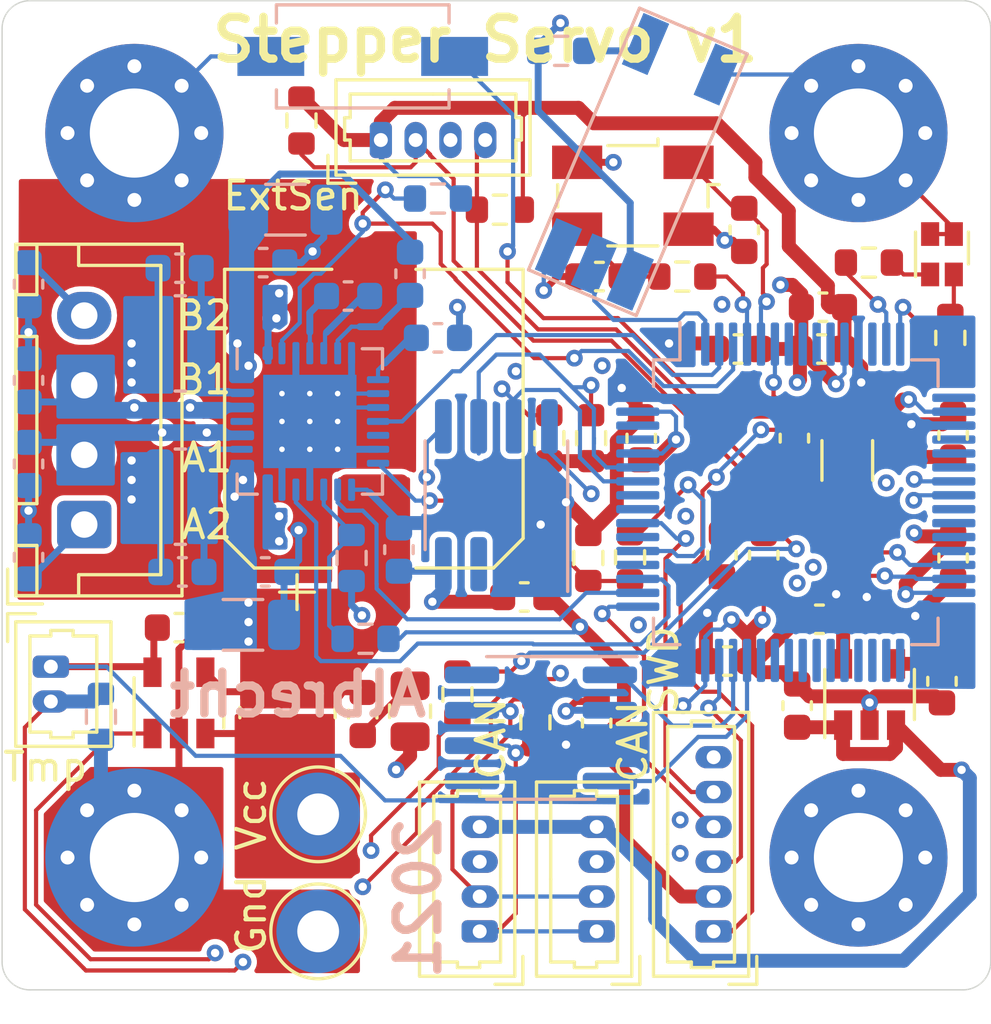
<source format=kicad_pcb>
(kicad_pcb (version 20171130) (host pcbnew 5.1.10-88a1d61d58~88~ubuntu20.04.1)
  (layers (0 F.Cu signal) (1 In1.Cu signal) (2 In2.Cu signal) (31 B.Cu signal) (34 B.Paste user) (35 F.Paste user) (36 B.SilkS user) (37 F.SilkS user) (38 B.Mask user) (39 F.Mask user) (44 Edge.Cuts user))
  (net 0 "")
  (net 1 GND)
  (net 2 +3V3)
  (net 3 +5V)
  (net 4 "Net-(C3-Pad1)")
  (net 5 VCC)
  (net 6 "Net-(C9-Pad2)")
  (net 7 /StepperDriver/chargePumpVoltage)
  (net 8 /StepperDriver/chargePumpOut)
  (net 9 /StepperDriver/chargePumpIn)
  (net 10 /StepperDriver/internal5VReg)
  (net 11 /StepperDriver/coilB_2)
  (net 12 /StepperDriver/senseCoilA)
  (net 13 /StepperDriver/coilB_1)
  (net 14 /StepperDriver/coilA_1)
  (net 15 /StepperDriver/senseCoilB)
  (net 16 /StepperDriver/coilA_2)
  (net 17 "Net-(D1-Pad1)")
  (net 18 "Net-(D1-Pad2)")
  (net 19 /MCU/SWO)
  (net 20 /MCU/SWCLK)
  (net 21 /MCU/SWDIO)
  (net 22 /MCU/~RST)
  (net 23 "Net-(OPT1-Pad1)")
  (net 24 /StepperDriver/~EN)
  (net 25 "Net-(R4-Pad1)")
  (net 26 /StepperDriver/Diag)
  (net 27 /MCU/I2C2_SCL)
  (net 28 /MCU/I2C2_SDA)
  (net 29 /MCU/I2C1_SDA)
  (net 30 /MCU/I2C1_SCL)
  (net 31 /CAN_RX)
  (net 32 /CAN_TX)
  (net 33 /StepperDriver/Vref)
  (net 34 "Net-(C34-Pad2)")
  (net 35 "Net-(R19-Pad1)")
  (net 36 "Net-(C33-Pad2)")
  (net 37 /MCU/tempMotor)
  (net 38 "Net-(J1-Pad1)")
  (net 39 /inputCurrent)
  (net 40 "Net-(R23-Pad2)")
  (net 41 "Net-(J_CAN1-Pad2)")
  (net 42 "Net-(J_CAN1-Pad1)")
  (net 43 /MCU/Stepper_UART)
  (net 44 /MCU/LED_RED)
  (net 45 /MCU/LED_GREEN)
  (net 46 /StepperDriver/Direction)
  (net 47 /StepperDriver/Step)
  (net 48 /MCU/endstopRight)
  (module Capacitor_SMD:C_0603_1608Metric (layer F.Cu) (at 141.1 111.5)
    (fp_text reference C41 hide)
    (fp_text value "100nF 35V")
    (pad 2 smd roundrect (at 0.775 0) (size 0.9 0.95) (layers F.Cu F.Paste F.Mask) (net 1 GND))
    (pad 1 smd roundrect (at -0.775 0) (size 0.9 0.95) (layers F.Cu F.Paste F.Mask) (net 2 +3V3))
  )
  (module Package_TO_SOT_SMD:SOT-23-5 (layer F.Cu) (at 141.1 114.2 90)
    (fp_text reference U7 hide)
    (fp_text value INA180A1)
    (pad 5 smd rect (at 1.1 -0.95 90) (size 1.06 0.65) (layers F.Cu F.Paste F.Mask) (net 2 +3V3))
    (pad 4 smd rect (at 1.1 0.95 90) (size 1.06 0.65) (layers F.Cu F.Paste F.Mask) (net 5 VCC))
    (pad 3 smd rect (at -1.1 0.95 90) (size 1.06 0.65) (layers F.Cu F.Paste F.Mask) (net 38 "Net-(J1-Pad1)"))
    (pad 2 smd rect (at -1.1 0 90) (size 1.06 0.65) (layers F.Cu F.Paste F.Mask) (net 1 GND))
    (pad 1 smd rect (at -1.1 -0.95 90) (size 1.06 0.65) (layers F.Cu F.Paste F.Mask) (net 40 "Net-(R23-Pad2)"))
  )
  (module Resistor_SMD:R_0603_1608Metric (layer F.Cu) (at 151.1 113.9 270)
    (fp_text reference R23 hide)
    (fp_text value 10k)
    (pad 2 smd roundrect (at 0.825 0 270) (size 0.8 0.95) (layers F.Cu F.Paste F.Mask) (net 40 "Net-(R23-Pad2)"))
    (pad 1 smd roundrect (at -0.825 0 270) (size 0.8 0.95) (layers F.Cu F.Paste F.Mask) (net 39 /inputCurrent))
  )
  (module Resistor_SMD:R_0612_1632Metric (layer F.Cu) (at 145 114.55 270)
    (fp_text reference R1 hide)
    (fp_text value 0.11)
    (pad 2 smd roundrect (at 0.75 0 270) (size 1 3.4) (layers F.Cu F.Paste F.Mask) (net 38 "Net-(J1-Pad1)"))
    (pad 1 smd roundrect (at -0.75 0 270) (size 1 3.4) (layers F.Cu F.Paste F.Mask) (net 5 VCC))
  )
  (module Capacitor_SMD:C_0603_1608Metric (layer F.Cu) (at 160.6 108.9 270)
    (fp_text reference C40 hide)
    (fp_text value "100nF 35V")
    (pad 2 smd roundrect (at 0.775 0 270) (size 0.9 0.95) (layers F.Cu F.Paste F.Mask) (net 1 GND))
    (pad 1 smd roundrect (at -0.775 0 270) (size 0.9 0.95) (layers F.Cu F.Paste F.Mask) (net 39 /inputCurrent))
  )
  (module Capacitor_SMD:C_0603_1608Metric (layer F.Cu) (at 162.1 108.9 270)
    (fp_text reference C7 hide)
    (fp_text value "100nF 35V")
    (pad 2 smd roundrect (at 0.775 0 270) (size 0.9 0.95) (layers F.Cu F.Paste F.Mask) (net 1 GND))
    (pad 1 smd roundrect (at -0.775 0 270) (size 0.9 0.95) (layers F.Cu F.Paste F.Mask) (net 39 /inputCurrent))
  )
  (module Package_TO_SOT_SMD:SOT-23-5 (layer F.Cu) (at 165.9 113.9 90)
    (fp_text reference U1 hide)
    (fp_text value TC1185)
    (pad 5 smd rect (at 1.1 -0.95 90) (size 1.06 0.65) (layers F.Cu F.Paste F.Mask) (net 2 +3V3))
    (pad 4 smd rect (at 1.1 0.95 90) (size 1.06 0.65) (layers F.Cu F.Paste F.Mask) (net 4 "Net-(C3-Pad1)"))
    (pad 3 smd rect (at -1.1 0.95 90) (size 1.06 0.65) (layers F.Cu F.Paste F.Mask) (net 3 +5V))
    (pad 2 smd rect (at -1.1 0 90) (size 1.06 0.65) (layers F.Cu F.Paste F.Mask) (net 1 GND))
    (pad 1 smd rect (at -1.1 -0.95 90) (size 1.06 0.65) (layers F.Cu F.Paste F.Mask) (net 3 +5V))
  )
  (module Resistor_SMD:R_0603_1608Metric (layer B.Cu) (at 138.3 114.7 270)
    (fp_text reference R20 hide)
    (fp_text value 10k)
    (pad 2 smd roundrect (at 0.825 0 270) (size 0.8 0.95) (layers B.Cu B.Paste B.Mask) (net 1 GND))
    (pad 1 smd roundrect (at -0.825 0 270) (size 0.8 0.95) (layers B.Cu B.Paste B.Mask) (net 37 /MCU/tempMotor))
  )
  (module Resistor_SMD:R_0603_1608Metric (layer F.Cu) (at 159.175 98.9 180)
    (fp_text reference R19 hide)
    (fp_text value 100)
    (pad 2 smd roundrect (at 0.825 0 180) (size 0.8 0.95) (layers F.Cu F.Paste F.Mask) (net 36 "Net-(C33-Pad2)"))
    (pad 1 smd roundrect (at -0.825 0 180) (size 0.8 0.95) (layers F.Cu F.Paste F.Mask) (net 35 "Net-(R19-Pad1)"))
  )
  (module Resistor_SMD:R_0603_1608Metric (layer B.Cu) (at 154.825 90.8)
    (fp_text reference R16 hide)
    (fp_text value 220)
    (pad 2 smd roundrect (at 0.825 0) (size 0.8 0.95) (layers B.Cu B.Paste B.Mask) (net 23 "Net-(OPT1-Pad1)"))
    (pad 1 smd roundrect (at -0.825 0) (size 0.8 0.95) (layers B.Cu B.Paste B.Mask) (net 3 +5V))
  )
  (module Resistor_SMD:R_0603_1608Metric (layer B.Cu) (at 147.3 109 270)
    (fp_text reference R11 hide)
    (fp_text value 10k)
    (pad 2 smd roundrect (at 0.825 0 270) (size 0.8 0.95) (layers B.Cu B.Paste B.Mask) (net 1 GND))
    (pad 1 smd roundrect (at -0.825 0 270) (size 0.8 0.95) (layers B.Cu B.Paste B.Mask) (net 33 /StepperDriver/Vref))
  )
  (module Resistor_SMD:R_0603_1608Metric (layer B.Cu) (at 147.8 111.9 180)
    (fp_text reference R7 hide)
    (fp_text value 22k)
    (pad 2 smd roundrect (at 0.825 0 180) (size 0.8 0.95) (layers B.Cu B.Paste B.Mask) (net 33 /StepperDriver/Vref))
    (pad 1 smd roundrect (at -0.825 0 180) (size 0.8 0.95) (layers B.Cu B.Paste B.Mask) (net 2 +3V3))
  )
  (module Resistor_SMD:R_0603_1608Metric (layer F.Cu) (at 157.3 108.975 90)
    (fp_text reference R4 hide)
    (fp_text value 1k)
    (pad 2 smd roundrect (at 0.825 0 90) (size 0.8 0.95) (layers F.Cu F.Paste F.Mask) (net 43 /MCU/Stepper_UART))
    (pad 1 smd roundrect (at -0.825 0 90) (size 0.8 0.95) (layers F.Cu F.Paste F.Mask) (net 25 "Net-(R4-Pad1)"))
  )
  (module Connector_Molex:Molex_PicoBlade_53047-0210_1x02_P1.25mm_Vertical (layer F.Cu) (at 136.5 112.9 270)
    (fp_text reference J6 hide)
    (fp_text value Conn_TempMotor)
    (pad 2 thru_hole oval (at 1.25 0 270) (size 0.8 1.3) (drill 0.5) (layers *.Cu *.Mask) (net 37 /MCU/tempMotor))
    (pad 1 thru_hole roundrect (at 0 0 270) (size 0.8 1.3) (drill 0.5) (layers *.Cu *.Mask) (net 2 +3V3))
  )
  (module Connector_Molex:Molex_PicoBlade_53047-0410_1x04_P1.25mm_Vertical (layer F.Cu) (at 148.35 94)
    (fp_text reference J4 hide)
    (fp_text value I2C_External)
    (pad 4 thru_hole oval (at 3.75 0) (size 0.8 1.3) (drill 0.5) (layers *.Cu *.Mask) (net 27 /MCU/I2C2_SCL))
    (pad 3 thru_hole oval (at 2.5 0) (size 0.8 1.3) (drill 0.5) (layers *.Cu *.Mask) (net 1 GND))
    (pad 2 thru_hole oval (at 1.25 0) (size 0.8 1.3) (drill 0.5) (layers *.Cu *.Mask) (net 28 /MCU/I2C2_SDA))
    (pad 1 thru_hole roundrect (at 0 0) (size 0.8 1.3) (drill 0.5) (layers *.Cu *.Mask) (net 2 +3V3))
  )
  (module MountingHole:MountingHole_3.2mm_M3_Pad_Via (layer F.Cu) (at 165.5 119.75)
    (fp_text reference H4 hide)
    (fp_text value MountingHole_Pad)
    (pad 1 thru_hole circle (at 1.697056 -1.697056) (size 0.8 0.8) (drill 0.5) (layers *.Cu *.Mask) (net 1 GND))
    (pad 1 thru_hole circle (at 0 -2.4) (size 0.8 0.8) (drill 0.5) (layers *.Cu *.Mask) (net 1 GND))
    (pad 1 thru_hole circle (at -1.697056 -1.697056) (size 0.8 0.8) (drill 0.5) (layers *.Cu *.Mask) (net 1 GND))
    (pad 1 thru_hole circle (at -2.4 0) (size 0.8 0.8) (drill 0.5) (layers *.Cu *.Mask) (net 1 GND))
    (pad 1 thru_hole circle (at -1.697056 1.697056) (size 0.8 0.8) (drill 0.5) (layers *.Cu *.Mask) (net 1 GND))
    (pad 1 thru_hole circle (at 0 2.4) (size 0.8 0.8) (drill 0.5) (layers *.Cu *.Mask) (net 1 GND))
    (pad 1 thru_hole circle (at 1.697056 1.697056) (size 0.8 0.8) (drill 0.5) (layers *.Cu *.Mask) (net 1 GND))
    (pad 1 thru_hole circle (at 2.4 0) (size 0.8 0.8) (drill 0.5) (layers *.Cu *.Mask) (net 1 GND))
    (pad 1 thru_hole circle (at 0 0) (size 6.4 6.4) (drill 3.2) (layers *.Cu *.Mask) (net 1 GND))
  )
  (module MountingHole:MountingHole_3.2mm_M3_Pad_Via (layer F.Cu) (at 139.5 119.75)
    (fp_text reference H3 hide)
    (fp_text value MountingHole_Pad)
    (pad 1 thru_hole circle (at 1.697056 -1.697056) (size 0.8 0.8) (drill 0.5) (layers *.Cu *.Mask) (net 1 GND))
    (pad 1 thru_hole circle (at 0 -2.4) (size 0.8 0.8) (drill 0.5) (layers *.Cu *.Mask) (net 1 GND))
    (pad 1 thru_hole circle (at -1.697056 -1.697056) (size 0.8 0.8) (drill 0.5) (layers *.Cu *.Mask) (net 1 GND))
    (pad 1 thru_hole circle (at -2.4 0) (size 0.8 0.8) (drill 0.5) (layers *.Cu *.Mask) (net 1 GND))
    (pad 1 thru_hole circle (at -1.697056 1.697056) (size 0.8 0.8) (drill 0.5) (layers *.Cu *.Mask) (net 1 GND))
    (pad 1 thru_hole circle (at 0 2.4) (size 0.8 0.8) (drill 0.5) (layers *.Cu *.Mask) (net 1 GND))
    (pad 1 thru_hole circle (at 1.697056 1.697056) (size 0.8 0.8) (drill 0.5) (layers *.Cu *.Mask) (net 1 GND))
    (pad 1 thru_hole circle (at 2.4 0) (size 0.8 0.8) (drill 0.5) (layers *.Cu *.Mask) (net 1 GND))
    (pad 1 thru_hole circle (at 0 0) (size 6.4 6.4) (drill 3.2) (layers *.Cu *.Mask) (net 1 GND))
  )
  (module MountingHole:MountingHole_3.2mm_M3_Pad_Via (layer F.Cu) (at 165.5 93.75)
    (fp_text reference H2 hide)
    (fp_text value MountingHole_Pad)
    (pad 1 thru_hole circle (at 1.697056 -1.697056) (size 0.8 0.8) (drill 0.5) (layers *.Cu *.Mask) (net 1 GND))
    (pad 1 thru_hole circle (at 0 -2.4) (size 0.8 0.8) (drill 0.5) (layers *.Cu *.Mask) (net 1 GND))
    (pad 1 thru_hole circle (at -1.697056 -1.697056) (size 0.8 0.8) (drill 0.5) (layers *.Cu *.Mask) (net 1 GND))
    (pad 1 thru_hole circle (at -2.4 0) (size 0.8 0.8) (drill 0.5) (layers *.Cu *.Mask) (net 1 GND))
    (pad 1 thru_hole circle (at -1.697056 1.697056) (size 0.8 0.8) (drill 0.5) (layers *.Cu *.Mask) (net 1 GND))
    (pad 1 thru_hole circle (at 0 2.4) (size 0.8 0.8) (drill 0.5) (layers *.Cu *.Mask) (net 1 GND))
    (pad 1 thru_hole circle (at 1.697056 1.697056) (size 0.8 0.8) (drill 0.5) (layers *.Cu *.Mask) (net 1 GND))
    (pad 1 thru_hole circle (at 2.4 0) (size 0.8 0.8) (drill 0.5) (layers *.Cu *.Mask) (net 1 GND))
    (pad 1 thru_hole circle (at 0 0) (size 6.4 6.4) (drill 3.2) (layers *.Cu *.Mask) (net 1 GND))
  )
  (module MountingHole:MountingHole_3.2mm_M3_Pad_Via (layer F.Cu) (at 139.5 93.75)
    (fp_text reference H1 hide)
    (fp_text value MountingHole_Pad)
    (pad 1 thru_hole circle (at 1.697056 -1.697056) (size 0.8 0.8) (drill 0.5) (layers *.Cu *.Mask) (net 1 GND))
    (pad 1 thru_hole circle (at 0 -2.4) (size 0.8 0.8) (drill 0.5) (layers *.Cu *.Mask) (net 1 GND))
    (pad 1 thru_hole circle (at -1.697056 -1.697056) (size 0.8 0.8) (drill 0.5) (layers *.Cu *.Mask) (net 1 GND))
    (pad 1 thru_hole circle (at -2.4 0) (size 0.8 0.8) (drill 0.5) (layers *.Cu *.Mask) (net 1 GND))
    (pad 1 thru_hole circle (at -1.697056 1.697056) (size 0.8 0.8) (drill 0.5) (layers *.Cu *.Mask) (net 1 GND))
    (pad 1 thru_hole circle (at 0 2.4) (size 0.8 0.8) (drill 0.5) (layers *.Cu *.Mask) (net 1 GND))
    (pad 1 thru_hole circle (at 1.697056 1.697056) (size 0.8 0.8) (drill 0.5) (layers *.Cu *.Mask) (net 1 GND))
    (pad 1 thru_hole circle (at 2.4 0) (size 0.8 0.8) (drill 0.5) (layers *.Cu *.Mask) (net 1 GND))
    (pad 1 thru_hole circle (at 0 0) (size 6.4 6.4) (drill 3.2) (layers *.Cu *.Mask) (net 1 GND))
  )
  (module Capacitor_SMD:C_0603_1608Metric (layer F.Cu) (at 153.5 110.4 180)
    (fp_text reference C39 hide)
    (fp_text value "100nF 35V")
    (pad 2 smd roundrect (at 0.775 0 180) (size 0.9 0.95) (layers F.Cu F.Paste F.Mask) (net 1 GND))
    (pad 1 smd roundrect (at -0.775 0 180) (size 0.9 0.95) (layers F.Cu F.Paste F.Mask) (net 2 +3V3))
  )
  (module Capacitor_SMD:C_0603_1608Metric (layer F.Cu) (at 163.2 104.7 270)
    (fp_text reference C35 hide)
    (fp_text value "100nF 35V")
    (pad 2 smd roundrect (at 0.775 0 270) (size 0.9 0.95) (layers F.Cu F.Paste F.Mask) (net 1 GND))
    (pad 1 smd roundrect (at -0.775 0 270) (size 0.9 0.95) (layers F.Cu F.Paste F.Mask) (net 22 /MCU/~RST))
  )
  (module Capacitor_SMD:C_0603_1608Metric (layer F.Cu) (at 161.4 97.225 90)
    (fp_text reference C34 hide)
    (fp_text value 15pF)
    (pad 2 smd roundrect (at 0.775 0 90) (size 0.9 0.95) (layers F.Cu F.Paste F.Mask) (net 34 "Net-(C34-Pad2)"))
    (pad 1 smd roundrect (at -0.775 0 90) (size 0.9 0.95) (layers F.Cu F.Paste F.Mask) (net 1 GND))
  )
  (module Capacitor_SMD:C_0603_1608Metric (layer F.Cu) (at 156.2 98.9)
    (fp_text reference C33 hide)
    (fp_text value 15pF)
    (pad 2 smd roundrect (at 0.775 0) (size 0.9 0.95) (layers F.Cu F.Paste F.Mask) (net 36 "Net-(C33-Pad2)"))
    (pad 1 smd roundrect (at -0.775 0) (size 0.9 0.95) (layers F.Cu F.Paste F.Mask) (net 1 GND))
  )
  (module Capacitor_SMD:C_0603_1608Metric (layer F.Cu) (at 164.175 101.5 180)
    (fp_text reference C30 hide)
    (fp_text value 10nF)
    (pad 2 smd roundrect (at 0.775 0 180) (size 0.9 0.95) (layers F.Cu F.Paste F.Mask) (net 1 GND))
    (pad 1 smd roundrect (at -0.775 0 180) (size 0.9 0.95) (layers F.Cu F.Paste F.Mask) (net 2 +3V3))
  )
  (module Capacitor_SMD:C_0603_1608Metric (layer F.Cu) (at 164.225 100 180)
    (fp_text reference C28 hide)
    (fp_text value "1uF 35V")
    (pad 2 smd roundrect (at 0.775 0 180) (size 0.9 0.95) (layers F.Cu F.Paste F.Mask) (net 1 GND))
    (pad 1 smd roundrect (at -0.775 0 180) (size 0.9 0.95) (layers F.Cu F.Paste F.Mask) (net 2 +3V3))
  )
  (module Capacitor_SMD:C_0603_1608Metric (layer F.Cu) (at 168.9 109 270)
    (fp_text reference C27 hide)
    (fp_text value "100nF 35V")
    (pad 2 smd roundrect (at 0.775 0 270) (size 0.9 0.95) (layers F.Cu F.Paste F.Mask) (net 2 +3V3))
    (pad 1 smd roundrect (at -0.775 0 270) (size 0.9 0.95) (layers F.Cu F.Paste F.Mask) (net 1 GND))
  )
  (module Capacitor_SMD:C_0603_1608Metric (layer F.Cu) (at 168.9 104.6 90)
    (fp_text reference C26 hide)
    (fp_text value "100nF 35V")
    (pad 2 smd roundrect (at 0.775 0 90) (size 0.9 0.95) (layers F.Cu F.Paste F.Mask) (net 2 +3V3))
    (pad 1 smd roundrect (at -0.775 0 90) (size 0.9 0.95) (layers F.Cu F.Paste F.Mask) (net 1 GND))
  )
  (module Capacitor_SMD:C_0603_1608Metric (layer F.Cu) (at 157.7 104.7 90)
    (fp_text reference C25 hide)
    (fp_text value "100nF 35V")
    (pad 2 smd roundrect (at 0.775 0 90) (size 0.9 0.95) (layers F.Cu F.Paste F.Mask) (net 2 +3V3))
    (pad 1 smd roundrect (at -0.775 0 90) (size 0.9 0.95) (layers F.Cu F.Paste F.Mask) (net 1 GND))
  )
  (module Capacitor_SMD:C_0603_1608Metric (layer F.Cu) (at 161.175 101.5 180)
    (fp_text reference C24 hide)
    (fp_text value "100nF 35V")
    (pad 2 smd roundrect (at 0.775 0 180) (size 0.9 0.95) (layers F.Cu F.Paste F.Mask) (net 2 +3V3))
    (pad 1 smd roundrect (at -0.775 0 180) (size 0.9 0.95) (layers F.Cu F.Paste F.Mask) (net 1 GND))
  )
  (module Capacitor_SMD:C_0603_1608Metric (layer F.Cu) (at 160.8 112.7 180)
    (fp_text reference C23 hide)
    (fp_text value "100nF 35V")
    (pad 2 smd roundrect (at 0.775 0 180) (size 0.9 0.95) (layers F.Cu F.Paste F.Mask) (net 2 +3V3))
    (pad 1 smd roundrect (at -0.775 0 180) (size 0.9 0.95) (layers F.Cu F.Paste F.Mask) (net 1 GND))
  )
  (module Capacitor_SMD:C_1206_3216Metric (layer F.Cu) (at 165.1 105.5 90)
    (fp_text reference C5 hide)
    (fp_text value "10uF 35V")
    (pad 2 smd roundrect (at 1.475 0 90) (size 1.15 1.8) (layers F.Cu F.Paste F.Mask) (roundrect_rratio 0.217391) (net 2 +3V3))
    (pad 1 smd roundrect (at -1.475 0 90) (size 1.15 1.8) (layers F.Cu F.Paste F.Mask) (roundrect_rratio 0.217391) (net 1 GND))
  )
  (module Crystal:Crystal_SMD_Abracon_ABM3B-4Pin_5.0x3.2mm (layer F.Cu) (at 157.4 96 180)
    (fp_text reference Y1 hide)
    (fp_text value ABM3B-16MHz)
    (pad 4 smd rect (at -2 -1.2 180) (size 1.8 1.2) (layers F.Cu F.Paste F.Mask) (net 1 GND))
    (pad 3 smd rect (at 2 -1.2 180) (size 1.8 1.2) (layers F.Cu F.Paste F.Mask) (net 36 "Net-(C33-Pad2)"))
    (pad 2 smd rect (at 2 1.2 180) (size 1.8 1.2) (layers F.Cu F.Paste F.Mask) (net 1 GND))
    (pad 1 smd rect (at -2 1.2 180) (size 1.8 1.2) (layers F.Cu F.Paste F.Mask) (net 34 "Net-(C34-Pad2)"))
  )
  (module Package_SO:SOIC-8_3.9x4.9mm_P1.27mm (layer B.Cu) (at 152.5 106.75 90)
    (fp_text reference U6 hide)
    (fp_text value AS5600)
    (pad 8 smd roundrect (at 2.475 1.905 90) (size 1.95 0.6) (layers B.Cu B.Paste B.Mask) (net 1 GND))
    (pad 7 smd roundrect (at 2.475 0.635 90) (size 1.95 0.6) (layers B.Cu B.Paste B.Mask) (net 30 /MCU/I2C1_SCL))
    (pad 6 smd roundrect (at 2.475 -0.635 90) (size 1.95 0.6) (layers B.Cu B.Paste B.Mask) (net 29 /MCU/I2C1_SDA))
    (pad 5 smd roundrect (at 2.475 -1.905 90) (size 1.95 0.6) (layers B.Cu B.Paste B.Mask) (net 1 GND))
    (pad 4 smd roundrect (at -2.475 -1.905 90) (size 1.95 0.6) (layers B.Cu B.Paste B.Mask) (net 1 GND))
    (pad 3 smd roundrect (at -2.475 -0.635 90) (size 1.95 0.6) (layers B.Cu B.Paste B.Mask))
    (pad 2 smd roundrect (at -2.475 0.635 90) (size 1.95 0.6) (layers B.Cu B.Paste B.Mask) (net 2 +3V3))
    (pad 1 smd roundrect (at -2.475 1.905 90) (size 1.95 0.6) (layers B.Cu B.Paste B.Mask) (net 2 +3V3))
  )
  (module Package_QFP:LQFP-64_10x10mm_P0.5mm (layer B.Cu) (at 163.25 107 270)
    (fp_text reference U5 hide)
    (fp_text value STM32F103RETx)
    (pad 64 smd roundrect (at -3.75 5.675 270) (size 0.3 1.55) (layers B.Cu B.Paste B.Mask) (net 2 +3V3))
    (pad 63 smd roundrect (at -3.25 5.675 270) (size 0.3 1.55) (layers B.Cu B.Paste B.Mask) (net 1 GND))
    (pad 62 smd roundrect (at -2.75 5.675 270) (size 0.3 1.55) (layers B.Cu B.Paste B.Mask))
    (pad 61 smd roundrect (at -2.25 5.675 270) (size 0.3 1.55) (layers B.Cu B.Paste B.Mask))
    (pad 60 smd roundrect (at -1.75 5.675 270) (size 0.3 1.55) (layers B.Cu B.Paste B.Mask) (net 1 GND))
    (pad 59 smd roundrect (at -1.25 5.675 270) (size 0.3 1.55) (layers B.Cu B.Paste B.Mask) (net 29 /MCU/I2C1_SDA))
    (pad 58 smd roundrect (at -0.75 5.675 270) (size 0.3 1.55) (layers B.Cu B.Paste B.Mask) (net 30 /MCU/I2C1_SCL))
    (pad 57 smd roundrect (at -0.25 5.675 270) (size 0.3 1.55) (layers B.Cu B.Paste B.Mask))
    (pad 56 smd roundrect (at 0.25 5.675 270) (size 0.3 1.55) (layers B.Cu B.Paste B.Mask))
    (pad 55 smd roundrect (at 0.75 5.675 270) (size 0.3 1.55) (layers B.Cu B.Paste B.Mask) (net 19 /MCU/SWO))
    (pad 54 smd roundrect (at 1.25 5.675 270) (size 0.3 1.55) (layers B.Cu B.Paste B.Mask))
    (pad 53 smd roundrect (at 1.75 5.675 270) (size 0.3 1.55) (layers B.Cu B.Paste B.Mask) (net 43 /MCU/Stepper_UART))
    (pad 52 smd roundrect (at 2.25 5.675 270) (size 0.3 1.55) (layers B.Cu B.Paste B.Mask))
    (pad 51 smd roundrect (at 2.75 5.675 270) (size 0.3 1.55) (layers B.Cu B.Paste B.Mask) (net 46 /StepperDriver/Direction))
    (pad 50 smd roundrect (at 3.25 5.675 270) (size 0.3 1.55) (layers B.Cu B.Paste B.Mask) (net 47 /StepperDriver/Step))
    (pad 49 smd roundrect (at 3.75 5.675 270) (size 0.3 1.55) (layers B.Cu B.Paste B.Mask) (net 20 /MCU/SWCLK))
    (pad 48 smd roundrect (at 5.675 3.75 270) (size 1.55 0.3) (layers B.Cu B.Paste B.Mask) (net 2 +3V3))
    (pad 47 smd roundrect (at 5.675 3.25 270) (size 1.55 0.3) (layers B.Cu B.Paste B.Mask) (net 1 GND))
    (pad 46 smd roundrect (at 5.675 2.75 270) (size 1.55 0.3) (layers B.Cu B.Paste B.Mask) (net 21 /MCU/SWDIO))
    (pad 45 smd roundrect (at 5.675 2.25 270) (size 1.55 0.3) (layers B.Cu B.Paste B.Mask) (net 32 /CAN_TX))
    (pad 44 smd roundrect (at 5.675 1.75 270) (size 1.55 0.3) (layers B.Cu B.Paste B.Mask) (net 31 /CAN_RX))
    (pad 43 smd roundrect (at 5.675 1.25 270) (size 1.55 0.3) (layers B.Cu B.Paste B.Mask))
    (pad 42 smd roundrect (at 5.675 0.75 270) (size 1.55 0.3) (layers B.Cu B.Paste B.Mask))
    (pad 41 smd roundrect (at 5.675 0.25 270) (size 1.55 0.3) (layers B.Cu B.Paste B.Mask))
    (pad 40 smd roundrect (at 5.675 -0.25 270) (size 1.55 0.3) (layers B.Cu B.Paste B.Mask))
    (pad 39 smd roundrect (at 5.675 -0.75 270) (size 1.55 0.3) (layers B.Cu B.Paste B.Mask))
    (pad 38 smd roundrect (at 5.675 -1.25 270) (size 1.55 0.3) (layers B.Cu B.Paste B.Mask))
    (pad 37 smd roundrect (at 5.675 -1.75 270) (size 1.55 0.3) (layers B.Cu B.Paste B.Mask))
    (pad 36 smd roundrect (at 5.675 -2.25 270) (size 1.55 0.3) (layers B.Cu B.Paste B.Mask))
    (pad 35 smd roundrect (at 5.675 -2.75 270) (size 1.55 0.3) (layers B.Cu B.Paste B.Mask))
    (pad 34 smd roundrect (at 5.675 -3.25 270) (size 1.55 0.3) (layers B.Cu B.Paste B.Mask))
    (pad 33 smd roundrect (at 5.675 -3.75 270) (size 1.55 0.3) (layers B.Cu B.Paste B.Mask))
    (pad 32 smd roundrect (at 3.75 -5.675 270) (size 0.3 1.55) (layers B.Cu B.Paste B.Mask) (net 2 +3V3))
    (pad 31 smd roundrect (at 3.25 -5.675 270) (size 0.3 1.55) (layers B.Cu B.Paste B.Mask) (net 1 GND))
    (pad 30 smd roundrect (at 2.75 -5.675 270) (size 0.3 1.55) (layers B.Cu B.Paste B.Mask) (net 28 /MCU/I2C2_SDA))
    (pad 29 smd roundrect (at 2.25 -5.675 270) (size 0.3 1.55) (layers B.Cu B.Paste B.Mask) (net 27 /MCU/I2C2_SCL))
    (pad 28 smd roundrect (at 1.75 -5.675 270) (size 0.3 1.55) (layers B.Cu B.Paste B.Mask))
    (pad 27 smd roundrect (at 1.25 -5.675 270) (size 0.3 1.55) (layers B.Cu B.Paste B.Mask))
    (pad 26 smd roundrect (at 0.75 -5.675 270) (size 0.3 1.55) (layers B.Cu B.Paste B.Mask))
    (pad 25 smd roundrect (at 0.25 -5.675 270) (size 0.3 1.55) (layers B.Cu B.Paste B.Mask))
    (pad 24 smd roundrect (at -0.25 -5.675 270) (size 0.3 1.55) (layers B.Cu B.Paste B.Mask) (net 37 /MCU/tempMotor))
    (pad 23 smd roundrect (at -0.75 -5.675 270) (size 0.3 1.55) (layers B.Cu B.Paste B.Mask) (net 39 /inputCurrent))
    (pad 22 smd roundrect (at -1.25 -5.675 270) (size 0.3 1.55) (layers B.Cu B.Paste B.Mask))
    (pad 21 smd roundrect (at -1.75 -5.675 270) (size 0.3 1.55) (layers B.Cu B.Paste B.Mask))
    (pad 20 smd roundrect (at -2.25 -5.675 270) (size 0.3 1.55) (layers B.Cu B.Paste B.Mask))
    (pad 19 smd roundrect (at -2.75 -5.675 270) (size 0.3 1.55) (layers B.Cu B.Paste B.Mask) (net 2 +3V3))
    (pad 18 smd roundrect (at -3.25 -5.675 270) (size 0.3 1.55) (layers B.Cu B.Paste B.Mask) (net 1 GND))
    (pad 17 smd roundrect (at -3.75 -5.675 270) (size 0.3 1.55) (layers B.Cu B.Paste B.Mask))
    (pad 16 smd roundrect (at -5.675 -3.75 270) (size 1.55 0.3) (layers B.Cu B.Paste B.Mask) (net 44 /MCU/LED_RED))
    (pad 15 smd roundrect (at -5.675 -3.25 270) (size 1.55 0.3) (layers B.Cu B.Paste B.Mask) (net 45 /MCU/LED_GREEN))
    (pad 14 smd roundrect (at -5.675 -2.75 270) (size 1.55 0.3) (layers B.Cu B.Paste B.Mask))
    (pad 13 smd roundrect (at -5.675 -2.25 270) (size 1.55 0.3) (layers B.Cu B.Paste B.Mask) (net 2 +3V3))
    (pad 12 smd roundrect (at -5.675 -1.75 270) (size 1.55 0.3) (layers B.Cu B.Paste B.Mask) (net 1 GND))
    (pad 11 smd roundrect (at -5.675 -1.25 270) (size 1.55 0.3) (layers B.Cu B.Paste B.Mask))
    (pad 10 smd roundrect (at -5.675 -0.75 270) (size 1.55 0.3) (layers B.Cu B.Paste B.Mask))
    (pad 9 smd roundrect (at -5.675 -0.25 270) (size 1.55 0.3) (layers B.Cu B.Paste B.Mask))
    (pad 8 smd roundrect (at -5.675 0.25 270) (size 1.55 0.3) (layers B.Cu B.Paste B.Mask))
    (pad 7 smd roundrect (at -5.675 0.75 270) (size 1.55 0.3) (layers B.Cu B.Paste B.Mask) (net 22 /MCU/~RST))
    (pad 6 smd roundrect (at -5.675 1.25 270) (size 1.55 0.3) (layers B.Cu B.Paste B.Mask) (net 34 "Net-(C34-Pad2)"))
    (pad 5 smd roundrect (at -5.675 1.75 270) (size 1.55 0.3) (layers B.Cu B.Paste B.Mask) (net 35 "Net-(R19-Pad1)"))
    (pad 4 smd roundrect (at -5.675 2.25 270) (size 1.55 0.3) (layers B.Cu B.Paste B.Mask) (net 24 /StepperDriver/~EN))
    (pad 3 smd roundrect (at -5.675 2.75 270) (size 1.55 0.3) (layers B.Cu B.Paste B.Mask) (net 26 /StepperDriver/Diag))
    (pad 2 smd roundrect (at -5.675 3.25 270) (size 1.55 0.3) (layers B.Cu B.Paste B.Mask) (net 48 /MCU/endstopRight))
    (pad 1 smd roundrect (at -5.675 3.75 270) (size 1.55 0.3) (layers B.Cu B.Paste B.Mask) (net 2 +3V3))
  )
  (module Package_DFN_QFN:QFN-28-1EP_5x5mm_P0.5mm_EP3.35x3.35mm_ThermalVias (layer B.Cu) (at 145.8 104.1 270)
    (fp_text reference U3 hide)
    (fp_text value TMC2209-LA)
    (pad 29 smd rect (at 0 0 270) (size 2.5 2.5) (layers F.Cu) (net 1 GND))
    (pad 29 thru_hole circle (at 1 -1 270) (size 0.5 0.5) (drill 0.2) (layers *.Cu) (net 1 GND))
    (pad 29 thru_hole circle (at 0 -1 270) (size 0.5 0.5) (drill 0.2) (layers *.Cu) (net 1 GND))
    (pad 29 thru_hole circle (at -1 -1 270) (size 0.5 0.5) (drill 0.2) (layers *.Cu) (net 1 GND))
    (pad 29 thru_hole circle (at 1 0 270) (size 0.5 0.5) (drill 0.2) (layers *.Cu) (net 1 GND))
    (pad 29 thru_hole circle (at 0 0 270) (size 0.5 0.5) (drill 0.2) (layers *.Cu) (net 1 GND))
    (pad 29 thru_hole circle (at -1 0 270) (size 0.5 0.5) (drill 0.2) (layers *.Cu) (net 1 GND))
    (pad 29 thru_hole circle (at 1 1 270) (size 0.5 0.5) (drill 0.2) (layers *.Cu) (net 1 GND))
    (pad 29 thru_hole circle (at 0 1 270) (size 0.5 0.5) (drill 0.2) (layers *.Cu) (net 1 GND))
    (pad 29 thru_hole circle (at -1 1 270) (size 0.5 0.5) (drill 0.2) (layers *.Cu) (net 1 GND))
    (pad 29 smd rect (at 0 0 270) (size 3.35 3.35) (layers B.Cu B.Mask) (net 1 GND))
    (pad 28 smd roundrect (at -1.5 2.45 270) (size 0.25 0.8) (layers B.Cu B.Paste B.Mask) (net 5 VCC))
    (pad 27 smd roundrect (at -1 2.45 270) (size 0.25 0.8) (layers B.Cu B.Paste B.Mask) (net 15 /StepperDriver/senseCoilB))
    (pad 26 smd roundrect (at -0.5 2.45 270) (size 0.25 0.8) (layers B.Cu B.Paste B.Mask) (net 13 /StepperDriver/coilB_1))
    (pad 25 smd roundrect (at 0 2.45 270) (size 0.25 0.8) (layers B.Cu B.Paste B.Mask))
    (pad 24 smd roundrect (at 0.5 2.45 270) (size 0.25 0.8) (layers B.Cu B.Paste B.Mask) (net 14 /StepperDriver/coilA_1))
    (pad 23 smd roundrect (at 1 2.45 270) (size 0.25 0.8) (layers B.Cu B.Paste B.Mask) (net 12 /StepperDriver/senseCoilA))
    (pad 22 smd roundrect (at 1.5 2.45 270) (size 0.25 0.8) (layers B.Cu B.Paste B.Mask) (net 5 VCC))
    (pad 21 smd roundrect (at 2.45 1.5 270) (size 0.8 0.25) (layers B.Cu B.Paste B.Mask) (net 16 /StepperDriver/coilA_2))
    (pad 20 smd roundrect (at 2.45 1 270) (size 0.8 0.25) (layers B.Cu B.Paste B.Mask) (net 1 GND))
    (pad 19 smd roundrect (at 2.45 0.5 270) (size 0.8 0.25) (layers B.Cu B.Paste B.Mask) (net 46 /StepperDriver/Direction))
    (pad 18 smd roundrect (at 2.45 0 270) (size 0.8 0.25) (layers B.Cu B.Paste B.Mask) (net 1 GND))
    (pad 17 smd roundrect (at 2.45 -0.5 270) (size 0.8 0.25) (layers B.Cu B.Paste B.Mask) (net 33 /StepperDriver/Vref))
    (pad 16 smd roundrect (at 2.45 -1 270) (size 0.8 0.25) (layers B.Cu B.Paste B.Mask) (net 47 /StepperDriver/Step))
    (pad 15 smd roundrect (at 2.45 -1.5 270) (size 0.8 0.25) (layers B.Cu B.Paste B.Mask) (net 2 +3V3))
    (pad 14 smd roundrect (at 1.5 -2.45 270) (size 0.25 0.8) (layers B.Cu B.Paste B.Mask) (net 25 "Net-(R4-Pad1)"))
    (pad 13 smd roundrect (at 1 -2.45 270) (size 0.25 0.8) (layers B.Cu B.Paste B.Mask) (net 1 GND))
    (pad 12 smd roundrect (at 0.5 -2.45 270) (size 0.25 0.8) (layers B.Cu B.Paste B.Mask))
    (pad 11 smd roundrect (at 0 -2.45 270) (size 0.25 0.8) (layers B.Cu B.Paste B.Mask) (net 26 /StepperDriver/Diag))
    (pad 10 smd roundrect (at -0.5 -2.45 270) (size 0.25 0.8) (layers B.Cu B.Paste B.Mask) (net 1 GND))
    (pad 9 smd roundrect (at -1 -2.45 270) (size 0.25 0.8) (layers B.Cu B.Paste B.Mask) (net 1 GND))
    (pad 8 smd roundrect (at -1.5 -2.45 270) (size 0.25 0.8) (layers B.Cu B.Paste B.Mask) (net 10 /StepperDriver/internal5VReg))
    (pad 7 smd roundrect (at -2.45 -1.5 270) (size 0.8 0.25) (layers B.Cu B.Paste B.Mask) (net 1 GND))
    (pad 6 smd roundrect (at -2.45 -1 270) (size 0.8 0.25) (layers B.Cu B.Paste B.Mask) (net 7 /StepperDriver/chargePumpVoltage))
    (pad 5 smd roundrect (at -2.45 -0.5 270) (size 0.8 0.25) (layers B.Cu B.Paste B.Mask) (net 9 /StepperDriver/chargePumpIn))
    (pad 4 smd roundrect (at -2.45 0 270) (size 0.8 0.25) (layers B.Cu B.Paste B.Mask) (net 8 /StepperDriver/chargePumpOut))
    (pad 3 smd roundrect (at -2.45 0.5 270) (size 0.8 0.25) (layers B.Cu B.Paste B.Mask) (net 1 GND))
    (pad 2 smd roundrect (at -2.45 1 270) (size 0.8 0.25) (layers B.Cu B.Paste B.Mask) (net 24 /StepperDriver/~EN))
    (pad 1 smd roundrect (at -2.45 1.5 270) (size 0.8 0.25) (layers B.Cu B.Paste B.Mask) (net 11 /StepperDriver/coilB_2))
  )
  (module Package_SO:SOIC-8_3.9x4.9mm_P1.27mm (layer B.Cu) (at 154.1 115.1 180)
    (fp_text reference U2 hide)
    (fp_text value SN65HVD232)
    (pad 8 smd roundrect (at 2.475 1.905 180) (size 1.95 0.6) (layers B.Cu B.Paste B.Mask))
    (pad 7 smd roundrect (at 2.475 0.635 180) (size 1.95 0.6) (layers B.Cu B.Paste B.Mask) (net 41 "Net-(J_CAN1-Pad2)"))
    (pad 6 smd roundrect (at 2.475 -0.635 180) (size 1.95 0.6) (layers B.Cu B.Paste B.Mask) (net 42 "Net-(J_CAN1-Pad1)"))
    (pad 5 smd roundrect (at 2.475 -1.905 180) (size 1.95 0.6) (layers B.Cu B.Paste B.Mask))
    (pad 4 smd roundrect (at -2.475 -1.905 180) (size 1.95 0.6) (layers B.Cu B.Paste B.Mask) (net 31 /CAN_RX))
    (pad 3 smd roundrect (at -2.475 -0.635 180) (size 1.95 0.6) (layers B.Cu B.Paste B.Mask) (net 2 +3V3))
    (pad 2 smd roundrect (at -2.475 0.635 180) (size 1.95 0.6) (layers B.Cu B.Paste B.Mask) (net 1 GND))
    (pad 1 smd roundrect (at -2.475 1.905 180) (size 1.95 0.6) (layers B.Cu B.Paste B.Mask) (net 32 /CAN_TX))
  )
  (module standardContent:SW_SPST_PTS636_SM25F (layer B.Cu) (at 147.1 91)
    (fp_text reference SW4 hide)
    (fp_text value SW_Reset)
    (pad 2 smd rect (at 3.9 0) (size 2.4 1.4) (layers B.Cu B.Paste B.Mask) (net 22 /MCU/~RST))
    (pad 1 smd rect (at -2.7 0) (size 2.4 1.4) (layers B.Cu B.Paste B.Mask) (net 1 GND))
  )
  (module Resistor_SMD:R_0603_1608Metric (layer F.Cu) (at 165.875 98.4)
    (fp_text reference R22 hide)
    (fp_text value 220)
    (pad 2 smd roundrect (at 0.825 0) (size 0.8 0.95) (layers F.Cu F.Paste F.Mask) (net 17 "Net-(D1-Pad1)"))
    (pad 1 smd roundrect (at -0.825 0) (size 0.8 0.95) (layers F.Cu F.Paste F.Mask) (net 45 /MCU/LED_GREEN))
  )
  (module Resistor_SMD:R_0603_1608Metric (layer F.Cu) (at 168.8 101.1 90)
    (fp_text reference R21 hide)
    (fp_text value 380)
    (pad 2 smd roundrect (at 0.825 0 90) (size 0.8 0.95) (layers F.Cu F.Paste F.Mask) (net 18 "Net-(D1-Pad2)"))
    (pad 1 smd roundrect (at -0.825 0 90) (size 0.8 0.95) (layers F.Cu F.Paste F.Mask) (net 44 /MCU/LED_RED))
  )
  (module Resistor_SMD:R_0603_1608Metric (layer F.Cu) (at 154.4 104.7 90)
    (fp_text reference R15 hide)
    (fp_text value 2k)
    (pad 2 smd roundrect (at 0.825 0 90) (size 0.8 0.95) (layers F.Cu F.Paste F.Mask) (net 30 /MCU/I2C1_SCL))
    (pad 1 smd roundrect (at -0.825 0 90) (size 0.8 0.95) (layers F.Cu F.Paste F.Mask) (net 2 +3V3))
  )
  (module Resistor_SMD:R_0603_1608Metric (layer F.Cu) (at 155.9 104.7 90)
    (fp_text reference R14 hide)
    (fp_text value 2k)
    (pad 2 smd roundrect (at 0.825 0 90) (size 0.8 0.95) (layers F.Cu F.Paste F.Mask) (net 29 /MCU/I2C1_SDA))
    (pad 1 smd roundrect (at -0.825 0 90) (size 0.8 0.95) (layers F.Cu F.Paste F.Mask) (net 2 +3V3))
  )
  (module Resistor_SMD:R_0603_1608Metric (layer F.Cu) (at 145.5 93.3 270)
    (fp_text reference R13 hide)
    (fp_text value 4k7)
    (pad 2 smd roundrect (at 0.825 0 270) (size 0.8 0.95) (layers F.Cu F.Paste F.Mask) (net 28 /MCU/I2C2_SDA))
    (pad 1 smd roundrect (at -0.825 0 270) (size 0.8 0.95) (layers F.Cu F.Paste F.Mask) (net 2 +3V3))
  )
  (module Resistor_SMD:R_0603_1608Metric (layer F.Cu) (at 152.625 96.5)
    (fp_text reference R12 hide)
    (fp_text value 4k7)
    (pad 2 smd roundrect (at 0.825 0) (size 0.8 0.95) (layers F.Cu F.Paste F.Mask) (net 2 +3V3))
    (pad 1 smd roundrect (at -0.825 0) (size 0.8 0.95) (layers F.Cu F.Paste F.Mask) (net 27 /MCU/I2C2_SCL))
  )
  (module Resistor_SMD:R_0612_1632Metric (layer B.Cu) (at 141.15 101.3)
    (fp_text reference R10 hide)
    (fp_text value 270m)
    (pad 2 smd roundrect (at 0.75 0) (size 1 3.4) (layers B.Cu B.Paste B.Mask) (net 15 /StepperDriver/senseCoilB))
    (pad 1 smd roundrect (at -0.75 0) (size 1 3.4) (layers B.Cu B.Paste B.Mask) (net 1 GND))
  )
  (module Resistor_SMD:R_0612_1632Metric (layer B.Cu) (at 141.15 106.8)
    (fp_text reference R9 hide)
    (fp_text value 270m)
    (pad 2 smd roundrect (at 0.75 0) (size 1 3.4) (layers B.Cu B.Paste B.Mask) (net 12 /StepperDriver/senseCoilA))
    (pad 1 smd roundrect (at -0.75 0) (size 1 3.4) (layers B.Cu B.Paste B.Mask) (net 1 GND))
  )
  (module Resistor_SMD:R_0603_1608Metric (layer F.Cu) (at 155.8 109 90)
    (fp_text reference R6 hide)
    (fp_text value 4.7k)
    (pad 2 smd roundrect (at 0.825 0 90) (size 0.8 0.95) (layers F.Cu F.Paste F.Mask) (net 2 +3V3))
    (pad 1 smd roundrect (at -0.825 0 90) (size 0.8 0.95) (layers F.Cu F.Paste F.Mask) (net 25 "Net-(R4-Pad1)"))
  )
  (module Resistor_SMD:R_0603_1608Metric (layer B.Cu) (at 150.4 96.1 180)
    (fp_text reference R5 hide)
    (fp_text value 22k)
    (pad 2 smd roundrect (at 0.825 0 180) (size 0.8 0.95) (layers B.Cu B.Paste B.Mask) (net 24 /StepperDriver/~EN))
    (pad 1 smd roundrect (at -0.825 0 180) (size 0.8 0.95) (layers B.Cu B.Paste B.Mask) (net 2 +3V3))
  )
  (module Resistor_SMD:R_0805_2012Metric (layer F.Cu) (at 149.4 114.5 270)
    (fp_text reference R3 hide)
    (fp_text value "1.1R 0.5W")
    (pad 2 smd roundrect (at 0.9125 0 270) (size 1.025 1.4) (layers F.Cu F.Paste F.Mask) (roundrect_rratio 0.243902) (net 1 GND))
    (pad 1 smd roundrect (at -0.9125 0 270) (size 1.025 1.4) (layers F.Cu F.Paste F.Mask) (roundrect_rratio 0.243902) (net 6 "Net-(C9-Pad2)"))
  )
  (module Resistor_SMD:R_0603_1608Metric (layer F.Cu) (at 153.9 114.9 270)
    (fp_text reference R2 hide)
    (fp_text value 120)
    (pad 2 smd roundrect (at 0.825 0 270) (size 0.8 0.95) (layers F.Cu F.Paste F.Mask) (net 42 "Net-(J_CAN1-Pad1)"))
    (pad 1 smd roundrect (at -0.825 0 270) (size 0.8 0.95) (layers F.Cu F.Paste F.Mask) (net 41 "Net-(J_CAN1-Pad2)"))
  )
  (module stepperservo:Omron_SX_3340 (layer B.Cu) (at 157.579504 94.783437 247)
    (fp_text reference OPT1 hide)
    (fp_text value SX3340)
    (pad 5 smd rect (at 4 1.4 247) (size 2 1) (layers B.Cu B.Paste B.Mask) (net 1 GND))
    (pad 4 smd rect (at 4 0 247) (size 2 1) (layers B.Cu B.Paste B.Mask) (net 48 /MCU/endstopRight))
    (pad 3 smd rect (at 4 -1.4 247) (size 2 1) (layers B.Cu B.Paste B.Mask) (net 3 +5V))
    (pad 2 smd rect (at -4 -1.4 247) (size 2 1) (layers B.Cu B.Paste B.Mask) (net 1 GND))
    (pad 1 smd rect (at -4 1.4 247) (size 2 1) (layers B.Cu B.Paste B.Mask) (net 23 "Net-(OPT1-Pad1)"))
  )
  (module Connector_Molex:Molex_PicoBlade_53047-0610_1x06_P1.25mm_Vertical (layer F.Cu) (at 160.3 122.4 90)
    (fp_text reference J_SWD1 hide)
    (fp_text value "Molex PicoBlade 6Pin")
    (pad 6 thru_hole oval (at 6.25 0 90) (size 0.8 1.3) (drill 0.5) (layers *.Cu *.Mask) (net 1 GND))
    (pad 5 thru_hole oval (at 5 0 90) (size 0.8 1.3) (drill 0.5) (layers *.Cu *.Mask) (net 19 /MCU/SWO))
    (pad 4 thru_hole oval (at 3.75 0 90) (size 0.8 1.3) (drill 0.5) (layers *.Cu *.Mask) (net 20 /MCU/SWCLK))
    (pad 3 thru_hole oval (at 2.5 0 90) (size 0.8 1.3) (drill 0.5) (layers *.Cu *.Mask) (net 21 /MCU/SWDIO))
    (pad 2 thru_hole oval (at 1.25 0 90) (size 0.8 1.3) (drill 0.5) (layers *.Cu *.Mask) (net 2 +3V3))
    (pad 1 thru_hole roundrect (at 0 0 90) (size 0.8 1.3) (drill 0.5) (layers *.Cu *.Mask) (net 22 /MCU/~RST))
  )
  (module Connector_Molex:Molex_PicoBlade_53047-0410_1x04_P1.25mm_Vertical (layer F.Cu) (at 151.9 122.4 90)
    (fp_text reference J_CAN2 hide)
    (fp_text value "Molex PicoBlade 4Pin")
    (pad 4 thru_hole oval (at 3.75 0 90) (size 0.8 1.3) (drill 0.5) (layers *.Cu *.Mask) (net 3 +5V))
    (pad 3 thru_hole oval (at 2.5 0 90) (size 0.8 1.3) (drill 0.5) (layers *.Cu *.Mask) (net 1 GND))
    (pad 2 thru_hole oval (at 1.25 0 90) (size 0.8 1.3) (drill 0.5) (layers *.Cu *.Mask) (net 41 "Net-(J_CAN1-Pad2)"))
    (pad 1 thru_hole roundrect (at 0 0 90) (size 0.8 1.3) (drill 0.5) (layers *.Cu *.Mask) (net 42 "Net-(J_CAN1-Pad1)"))
  )
  (module Connector_Molex:Molex_PicoBlade_53047-0410_1x04_P1.25mm_Vertical (layer F.Cu) (at 156.1 122.4 90)
    (fp_text reference J_CAN1 hide)
    (fp_text value "Molex PicoBlade 4Pin")
    (pad 4 thru_hole oval (at 3.75 0 90) (size 0.8 1.3) (drill 0.5) (layers *.Cu *.Mask) (net 3 +5V))
    (pad 3 thru_hole oval (at 2.5 0 90) (size 0.8 1.3) (drill 0.5) (layers *.Cu *.Mask) (net 1 GND))
    (pad 2 thru_hole oval (at 1.25 0 90) (size 0.8 1.3) (drill 0.5) (layers *.Cu *.Mask) (net 41 "Net-(J_CAN1-Pad2)"))
    (pad 1 thru_hole roundrect (at 0 0 90) (size 0.8 1.3) (drill 0.5) (layers *.Cu *.Mask) (net 42 "Net-(J_CAN1-Pad1)"))
  )
  (module Connector_JST:JST_XH_B4B-XH-A_1x04_P2.50mm_Vertical (layer F.Cu) (at 137.7 107.8 90)
    (fp_text reference J3 hide)
    (fp_text value Conn_01x04_Male)
    (pad 4 thru_hole oval (at 7.5 0 90) (size 1.7 1.95) (drill 0.95) (layers *.Cu *.Mask) (net 11 /StepperDriver/coilB_2))
    (pad 3 thru_hole oval (at 5 0 90) (size 1.7 1.95) (drill 0.95) (layers *.Cu *.Mask) (net 13 /StepperDriver/coilB_1))
    (pad 2 thru_hole oval (at 2.5 0 90) (size 1.7 1.95) (drill 0.95) (layers *.Cu *.Mask) (net 14 /StepperDriver/coilA_1))
    (pad 1 thru_hole roundrect (at 0 0 90) (size 1.7 1.95) (drill 0.95) (layers *.Cu *.Mask) (roundrect_rratio 0.147059) (net 16 /StepperDriver/coilA_2))
  )
  (module TestPoint:TestPoint_Loop_D2.54mm_Drill1.5mm_Beaded (layer F.Cu) (at 146.1 122.4)
    (fp_text reference J2 hide)
    (fp_text value Conn_01x01_Female)
    (pad 1 thru_hole circle (at 0 0) (size 3 3) (drill 1.5) (layers *.Cu *.Mask) (net 1 GND))
  )
  (module TestPoint:TestPoint_Loop_D2.54mm_Drill1.5mm_Beaded (layer F.Cu) (at 146.1 118.2)
    (fp_text reference J1 hide)
    (fp_text value Conn_01x01_Female)
    (pad 1 thru_hole circle (at 0 0) (size 3 3) (drill 1.5) (layers *.Cu *.Mask) (net 38 "Net-(J1-Pad1)"))
  )
  (module standardContent:LED_LiteOn_LTST-C195TGKRKT (layer F.Cu) (at 168.5 98.1 180)
    (fp_text reference D1 hide)
    (fp_text value LTST-C195TGKRKT)
    (pad 4 smd rect (at -0.425 0.725 180) (size 0.65 0.85) (layers F.Cu F.Paste F.Mask) (net 1 GND))
    (pad 3 smd rect (at 0.425 0.725 180) (size 0.65 0.85) (layers F.Cu F.Paste F.Mask) (net 1 GND))
    (pad 1 smd rect (at 0.425 -0.725 180) (size 0.65 0.85) (layers F.Cu F.Paste F.Mask) (net 17 "Net-(D1-Pad1)"))
    (pad 2 smd rect (at -0.425 -0.725 180) (size 0.65 0.85) (layers F.Cu F.Paste F.Mask) (net 18 "Net-(D1-Pad2)"))
  )
  (module Capacitor_SMD:C_0603_1608Metric (layer B.Cu) (at 135.7 99.175 270)
    (fp_text reference C22 hide)
    (fp_text value "470pF 100V")
    (pad 2 smd roundrect (at 0.775 0 270) (size 0.9 0.95) (layers B.Cu B.Paste B.Mask) (net 1 GND))
    (pad 1 smd roundrect (at -0.775 0 270) (size 0.9 0.95) (layers B.Cu B.Paste B.Mask) (net 11 /StepperDriver/coilB_2))
  )
  (module Capacitor_SMD:C_0603_1608Metric (layer B.Cu) (at 141.125 98.6 180)
    (fp_text reference C21 hide)
    (fp_text value "100nF 35V")
    (pad 2 smd roundrect (at 0.775 0 180) (size 0.9 0.95) (layers B.Cu B.Paste B.Mask) (net 1 GND))
    (pad 1 smd roundrect (at -0.775 0 180) (size 0.9 0.95) (layers B.Cu B.Paste B.Mask) (net 15 /StepperDriver/senseCoilB))
  )
  (module Capacitor_SMD:C_0603_1608Metric (layer B.Cu) (at 135.7 102.625 90)
    (fp_text reference C20 hide)
    (fp_text value "470pF 100V")
    (pad 2 smd roundrect (at 0.775 0 90) (size 0.9 0.95) (layers B.Cu B.Paste B.Mask) (net 1 GND))
    (pad 1 smd roundrect (at -0.775 0 90) (size 0.9 0.95) (layers B.Cu B.Paste B.Mask) (net 13 /StepperDriver/coilB_1))
  )
  (module Capacitor_SMD:C_0603_1608Metric (layer B.Cu) (at 135.7 105.625 270)
    (fp_text reference C19 hide)
    (fp_text value "470pF 100V")
    (pad 2 smd roundrect (at 0.775 0 270) (size 0.9 0.95) (layers B.Cu B.Paste B.Mask) (net 1 GND))
    (pad 1 smd roundrect (at -0.775 0 270) (size 0.9 0.95) (layers B.Cu B.Paste B.Mask) (net 14 /StepperDriver/coilA_1))
  )
  (module Capacitor_SMD:C_0603_1608Metric (layer B.Cu) (at 141.225 109.5 180)
    (fp_text reference C18 hide)
    (fp_text value "100nF 35V")
    (pad 2 smd roundrect (at 0.775 0 180) (size 0.9 0.95) (layers B.Cu B.Paste B.Mask) (net 1 GND))
    (pad 1 smd roundrect (at -0.775 0 180) (size 0.9 0.95) (layers B.Cu B.Paste B.Mask) (net 12 /StepperDriver/senseCoilA))
  )
  (module Capacitor_SMD:C_0603_1608Metric (layer B.Cu) (at 135.7 108.975 90)
    (fp_text reference C17 hide)
    (fp_text value "470pF 100V")
    (pad 2 smd roundrect (at 0.775 0 90) (size 0.9 0.95) (layers B.Cu B.Paste B.Mask) (net 1 GND))
    (pad 1 smd roundrect (at -0.775 0 90) (size 0.9 0.95) (layers B.Cu B.Paste B.Mask) (net 16 /StepperDriver/coilA_2))
  )
  (module Capacitor_SMD:C_0603_1608Metric (layer B.Cu) (at 150.4 101.1)
    (fp_text reference C16 hide)
    (fp_text value "2.2uF 16V")
    (pad 2 smd roundrect (at 0.775 0) (size 0.9 0.95) (layers B.Cu B.Paste B.Mask) (net 1 GND))
    (pad 1 smd roundrect (at -0.775 0) (size 0.9 0.95) (layers B.Cu B.Paste B.Mask) (net 10 /StepperDriver/internal5VReg))
  )
  (module Capacitor_SMD:C_0603_1608Metric (layer B.Cu) (at 147.175 99.6 180)
    (fp_text reference C15 hide)
    (fp_text value "22nF 50V")
    (pad 2 smd roundrect (at 0.775 0 180) (size 0.9 0.95) (layers B.Cu B.Paste B.Mask) (net 8 /StepperDriver/chargePumpOut))
    (pad 1 smd roundrect (at -0.775 0 180) (size 0.9 0.95) (layers B.Cu B.Paste B.Mask) (net 9 /StepperDriver/chargePumpIn))
  )
  (module Capacitor_SMD:C_0603_1608Metric (layer B.Cu) (at 144.2 109.5)
    (fp_text reference C14 hide)
    (fp_text value "100nF 35V")
    (pad 2 smd roundrect (at 0.775 0) (size 0.9 0.95) (layers B.Cu B.Paste B.Mask) (net 1 GND))
    (pad 1 smd roundrect (at -0.775 0) (size 0.9 0.95) (layers B.Cu B.Paste B.Mask) (net 5 VCC))
  )
  (module Capacitor_SMD:C_0603_1608Metric (layer B.Cu) (at 144.125 98.4)
    (fp_text reference C13 hide)
    (fp_text value "100nF 35V")
    (pad 2 smd roundrect (at 0.775 0) (size 0.9 0.95) (layers B.Cu B.Paste B.Mask) (net 1 GND))
    (pad 1 smd roundrect (at -0.775 0) (size 0.9 0.95) (layers B.Cu B.Paste B.Mask) (net 5 VCC))
  )
  (module Capacitor_SMD:C_0603_1608Metric (layer B.Cu) (at 149.4 98.8 270)
    (fp_text reference C12 hide)
    (fp_text value "100nF 35V")
    (pad 2 smd roundrect (at 0.775 0 270) (size 0.9 0.95) (layers B.Cu B.Paste B.Mask) (net 7 /StepperDriver/chargePumpVoltage))
    (pad 1 smd roundrect (at -0.775 0 270) (size 0.9 0.95) (layers B.Cu B.Paste B.Mask) (net 5 VCC))
  )
  (module Capacitor_SMD:C_1206_3216Metric (layer B.Cu) (at 143.4 111.4)
    (fp_text reference C11 hide)
    (fp_text value "10uF 35V")
    (pad 2 smd roundrect (at 1.475 0) (size 1.15 1.8) (layers B.Cu B.Paste B.Mask) (roundrect_rratio 0.217391) (net 1 GND))
    (pad 1 smd roundrect (at -1.475 0) (size 1.15 1.8) (layers B.Cu B.Paste B.Mask) (roundrect_rratio 0.217391) (net 5 VCC))
  )
  (module Capacitor_SMD:C_1206_3216Metric (layer B.Cu) (at 144.925 96.5)
    (fp_text reference C10 hide)
    (fp_text value "10uF 35V")
    (pad 2 smd roundrect (at 1.475 0) (size 1.15 1.8) (layers B.Cu B.Paste B.Mask) (roundrect_rratio 0.217391) (net 1 GND))
    (pad 1 smd roundrect (at -1.475 0) (size 1.15 1.8) (layers B.Cu B.Paste B.Mask) (roundrect_rratio 0.217391) (net 5 VCC))
  )
  (module Capacitor_SMD:C_0603_1608Metric (layer F.Cu) (at 147.7 114.6 270)
    (fp_text reference C9 hide)
    (fp_text value "1uF 35V")
    (pad 2 smd roundrect (at 0.775 0 270) (size 0.9 0.95) (layers F.Cu F.Paste F.Mask) (net 6 "Net-(C9-Pad2)"))
    (pad 1 smd roundrect (at -0.775 0 270) (size 0.9 0.95) (layers F.Cu F.Paste F.Mask) (net 5 VCC))
  )
  (module Capacitor_SMD:C_0603_1608Metric (layer B.Cu) (at 149 108.7 270)
    (fp_text reference C8 hide)
    (fp_text value "100nF 35V")
    (pad 2 smd roundrect (at 0.775 0 270) (size 0.9 0.95) (layers B.Cu B.Paste B.Mask) (net 1 GND))
    (pad 1 smd roundrect (at -0.775 0 270) (size 0.9 0.95) (layers B.Cu B.Paste B.Mask) (net 2 +3V3))
  )
  (module Capacitor_SMD:CP_Elec_10x10.5 (layer F.Cu) (at 148.1 104 90)
    (fp_text reference C6 hide)
    (fp_text value "330uF 35V")
    (pad 2 smd roundrect (at 4.2 0 90) (size 4.4 2.5) (layers F.Cu F.Paste F.Mask) (roundrect_rratio 0.1) (net 1 GND))
    (pad 1 smd roundrect (at -4.2 0 90) (size 4.4 2.5) (layers F.Cu F.Paste F.Mask) (roundrect_rratio 0.1) (net 5 VCC))
  )
  (module Capacitor_SMD:C_0603_1608Metric (layer F.Cu) (at 164.1 111.2 180)
    (fp_text reference C4 hide)
    (fp_text value "1uF 35V")
    (pad 2 smd roundrect (at 0.775 0 180) (size 0.9 0.95) (layers F.Cu F.Paste F.Mask) (net 1 GND))
    (pad 1 smd roundrect (at -0.775 0 180) (size 0.9 0.95) (layers F.Cu F.Paste F.Mask) (net 2 +3V3))
  )
  (module Capacitor_SMD:C_0603_1608Metric (layer F.Cu) (at 168.5 113.425 270)
    (fp_text reference C3 hide)
    (fp_text value "470pF 100V")
    (pad 2 smd roundrect (at 0.775 0 270) (size 0.9 0.95) (layers F.Cu F.Paste F.Mask) (net 1 GND))
    (pad 1 smd roundrect (at -0.775 0 270) (size 0.9 0.95) (layers F.Cu F.Paste F.Mask) (net 4 "Net-(C3-Pad1)"))
  )
  (module Capacitor_SMD:C_0603_1608Metric (layer F.Cu) (at 163.3 114.3 90)
    (fp_text reference C2 hide)
    (fp_text value "1uF 35V")
    (pad 2 smd roundrect (at 0.775 0 90) (size 0.9 0.95) (layers F.Cu F.Paste F.Mask) (net 1 GND))
    (pad 1 smd roundrect (at -0.775 0 90) (size 0.9 0.95) (layers F.Cu F.Paste F.Mask) (net 3 +5V))
  )
  (module Capacitor_SMD:C_0603_1608Metric (layer F.Cu) (at 156.1 114.925 90)
    (fp_text reference C1 hide)
    (fp_text value "100nF 35V")
    (pad 2 smd roundrect (at 0.775 0 90) (size 0.9 0.95) (layers F.Cu F.Paste F.Mask) (net 1 GND))
    (pad 1 smd roundrect (at -0.775 0 90) (size 0.9 0.95) (layers F.Cu F.Paste F.Mask) (net 2 +3V3))
  )
  (gr_text CAN (at 157.4 115.6 90) (layer F.SilkS) (effects (font (size 1 1))))
  (gr_text CAN (at 152.3 115.5 90) (layer F.SilkS) (effects (font (size 1 1))))
  (gr_text SWD (at 158.5 113 90) (layer F.SilkS) (effects (font (size 1 1))))
  (gr_text ExtSen (at 145.2 96) (layer F.SilkS) (effects (font (size 1 1))))
  (gr_text A2 (at 142.1 107.8) (layer F.SilkS) (effects (font (size 1 1))))
  (gr_text A1 (at 142.1 105.4) (layer F.SilkS) (effects (font (size 1 1))))
  (gr_text B2 (at 142 100.3) (layer F.SilkS) (effects (font (size 1 1))))
  (gr_text B1 (at 142 102.6) (layer F.SilkS) (effects (font (size 1 1))))
  (gr_text Tmp (at 136.3 116.5) (layer F.SilkS) (effects (font (size 1 1))))
  (gr_text Vcc (at 143.7 118.2 90) (layer F.SilkS) (effects (font (size 1 1))))
  (gr_text Gnd (at 143.7 121.8 90) (layer F.SilkS) (effects (font (size 1 1))))
  (gr_text 2021 (at 149.7 121.2 90) (layer B.SilkS) (effects (font (size 1.5 1.5) (thickness 0.3)) (justify mirror)))
  (gr_text "Albrecht " (at 144.8 113.9) (layer B.SilkS) (effects (font (size 1.5 1.5) (thickness 0.3)) (justify mirror)))
  (gr_text "Stepper Servo v1" (at 152.1 90.4) (layer F.SilkS) (effects (font (size 1.5 1.5) (thickness 0.3))))
  (gr_arc (start 169.25 90) (end 170.25 90) (angle -90) (layer Edge.Cuts) (width 0.05))
  (gr_arc (start 135.75 90) (end 135.75 89) (angle -90) (layer Edge.Cuts) (width 0.05))
  (gr_arc (start 135.75 123.5) (end 134.75 123.5) (angle -90) (layer Edge.Cuts) (width 0.05))
  (gr_arc (start 169.25 123.5) (end 169.25 124.5) (angle -90) (layer Edge.Cuts) (width 0.05))
  (gr_line (start 135.75 124.5) (end 169.25 124.5) (layer Edge.Cuts) (width 0.05))
  (gr_line (start 134.75 90) (end 134.75 123.5) (layer Edge.Cuts) (width 0.05))
  (gr_line (start 169.25 89) (end 135.75 89) (layer Edge.Cuts) (width 0.05))
  (gr_line (start 170.25 123.5) (end 170.25 90) (layer Edge.Cuts) (width 0.05))
  (segment (start 144.8 106.55) (end 144.8 105.1) (width 0.25) (layer B.Cu) (net 1))
  (segment (start 145.3 102.6) (end 145.8 103.1) (width 0.25) (layer B.Cu) (net 1))
  (segment (start 145.3 101.65) (end 145.3 102.6) (width 0.25) (layer B.Cu) (net 1))
  (segment (start 147.3 102.6) (end 146.8 103.1) (width 0.25) (layer B.Cu) (net 1))
  (segment (start 147.3 101.65) (end 147.3 102.6) (width 0.25) (layer B.Cu) (net 1))
  (segment (start 145.8 106.55) (end 145.8 104.1) (width 0.25) (layer B.Cu) (net 1))
  (segment (start 148.25 105.1) (end 146.8 105.1) (width 0.25) (layer B.Cu) (net 1))
  (via (at 139.4 105.5) (size 0.6) (drill 0.3) (layers F.Cu B.Cu) (net 1))
  (via (at 139.4 106.2) (size 0.6) (drill 0.3) (layers F.Cu B.Cu) (net 1))
  (via (at 139.4 106.9) (size 0.6) (drill 0.3) (layers F.Cu B.Cu) (net 1))
  (via (at 139.4 102.7) (size 0.6) (drill 0.3) (layers F.Cu B.Cu) (net 1))
  (via (at 139.4 102) (size 0.6) (drill 0.3) (layers F.Cu B.Cu) (net 1))
  (via (at 139.4 101.3) (size 0.6) (drill 0.3) (layers F.Cu B.Cu) (net 1))
  (via (at 145.4 108) (size 0.6) (drill 0.3) (layers F.Cu B.Cu) (net 1))
  (via (at 135.7 107.3) (size 0.6) (drill 0.3) (layers F.Cu B.Cu) (net 1))
  (segment (start 135.7 108.2) (end 135.7 107.3) (width 0.25) (layer B.Cu) (net 1))
  (segment (start 135.7 107.3) (end 135.7 106.4) (width 0.25) (layer B.Cu) (net 1))
  (via (at 135.7 100.9) (size 0.6) (drill 0.3) (layers F.Cu B.Cu) (net 1))
  (segment (start 135.7 101.85) (end 135.7 100.9) (width 0.25) (layer B.Cu) (net 1))
  (segment (start 135.7 100.9) (end 135.7 99.95) (width 0.25) (layer B.Cu) (net 1))
  (segment (start 140.45 106.85) (end 140.4 106.8) (width 0.25) (layer B.Cu) (net 1))
  (segment (start 140.45 109.5) (end 140.45 106.85) (width 0.25) (layer B.Cu) (net 1))
  (segment (start 140.35 101.25) (end 140.4 101.3) (width 0.25) (layer B.Cu) (net 1))
  (segment (start 140.35 98.6) (end 140.35 101.25) (width 0.25) (layer B.Cu) (net 1))
  (segment (start 144.875 109.6) (end 144.975 109.5) (width 0.25) (layer B.Cu) (net 1))
  (segment (start 144.875 111.4) (end 144.875 109.6) (width 0.25) (layer B.Cu) (net 1))
  (segment (start 145.4 109.075) (end 145.4 108) (width 0.25) (layer B.Cu) (net 1))
  (segment (start 144.975 109.5) (end 145.4 109.075) (width 0.25) (layer B.Cu) (net 1))
  (segment (start 140.4 118.85) (end 139.5 119.75) (width 0.25) (layer F.Cu) (net 1))
  (segment (start 140.6 118.65) (end 139.5 119.75) (width 0.25) (layer F.Cu) (net 1))
  (segment (start 141.1 112.275) (end 141.1 115.3) (width 0.25) (layer F.Cu) (net 1))
  (segment (start 141.875 111.5) (end 141.1 112.275) (width 0.25) (layer F.Cu) (net 1))
  (segment (start 141.1 118.15) (end 139.5 119.75) (width 0.25) (layer F.Cu) (net 1))
  (segment (start 141.1 115.3) (end 141.1 118.15) (width 0.25) (layer F.Cu) (net 1))
  (segment (start 145.5 98.4) (end 145.9 98) (width 0.25) (layer B.Cu) (net 1))
  (segment (start 144.9 98.4) (end 145.5 98.4) (width 0.25) (layer B.Cu) (net 1))
  (via (at 145.9 98) (size 0.6) (drill 0.3) (layers F.Cu B.Cu) (net 1))
  (segment (start 146.3 96.6) (end 146.4 96.5) (width 0.25) (layer B.Cu) (net 1))
  (segment (start 146.3 97.5) (end 146.3 96.6) (width 0.25) (layer B.Cu) (net 1))
  (segment (start 145.9 97.9) (end 146.3 97.5) (width 0.25) (layer B.Cu) (net 1))
  (segment (start 145.9 98) (end 145.9 97.9) (width 0.25) (layer B.Cu) (net 1))
  (segment (start 150.345 109.475) (end 150.595 109.225) (width 0.25) (layer B.Cu) (net 1))
  (segment (start 149 109.475) (end 150.345 109.475) (width 0.25) (layer B.Cu) (net 1))
  (via (at 147.672545 111.058665) (size 0.6) (drill 0.3) (layers F.Cu B.Cu) (net 1))
  (segment (start 147.3 110.68612) (end 147.672545 111.058665) (width 0.25) (layer B.Cu) (net 1))
  (segment (start 147.3 109.825) (end 147.3 110.68612) (width 0.25) (layer B.Cu) (net 1))
  (segment (start 146.3 103.6) (end 145.8 104.1) (width 0.15) (layer B.Cu) (net 1))
  (segment (start 148.25 103.6) (end 146.3 103.6) (width 0.15) (layer B.Cu) (net 1))
  (segment (start 146.8 103.1) (end 145.8 104.1) (width 0.15) (layer B.Cu) (net 1))
  (segment (start 148.25 103.1) (end 146.8 103.1) (width 0.15) (layer B.Cu) (net 1))
  (via (at 151.1 100) (size 0.6) (drill 0.3) (layers F.Cu B.Cu) (net 1))
  (segment (start 151.175 100.075) (end 151.1 100) (width 0.25) (layer B.Cu) (net 1))
  (segment (start 151.175 101) (end 151.175 100.075) (width 0.25) (layer B.Cu) (net 1))
  (via (at 155 114.5) (size 0.6) (drill 0.3) (layers F.Cu B.Cu) (net 1))
  (segment (start 155.035 114.465) (end 155 114.5) (width 0.15) (layer B.Cu) (net 1))
  (segment (start 156.575 114.465) (end 155.035 114.465) (width 0.25) (layer B.Cu) (net 1))
  (segment (start 155.35 114.15) (end 155 114.5) (width 0.25) (layer F.Cu) (net 1))
  (segment (start 156.1 114.15) (end 155.35 114.15) (width 0.25) (layer F.Cu) (net 1))
  (via (at 159.3 107.5) (size 0.6) (drill 0.3) (layers F.Cu B.Cu) (net 1))
  (via (at 159.1 118.4) (size 0.6) (drill 0.3) (layers F.Cu B.Cu) (net 1))
  (via (at 159.1 119.6) (size 0.6) (drill 0.3) (layers F.Cu B.Cu) (net 1))
  (via (at 164.692872 102.753125) (size 0.6) (drill 0.3) (layers F.Cu B.Cu) (net 1))
  (segment (start 164.692872 102.676206) (end 164.692872 102.753125) (width 0.15) (layer B.Cu) (net 1))
  (segment (start 165 102.369078) (end 164.692872 102.676206) (width 0.15) (layer B.Cu) (net 1))
  (segment (start 165 101.325) (end 165 102.369078) (width 0.15) (layer B.Cu) (net 1))
  (segment (start 163.425 101.5) (end 163.439747 101.5) (width 0.25) (layer F.Cu) (net 1))
  (segment (start 161.95 101.5) (end 161.95 101.75) (width 0.25) (layer F.Cu) (net 1))
  (via (at 167.302787 103.313548) (size 0.6) (drill 0.3) (layers F.Cu B.Cu) (net 1))
  (segment (start 168.925 103.75) (end 167.880922 103.75) (width 0.15) (layer B.Cu) (net 1))
  (segment (start 167.880922 103.75) (end 167.44447 103.313548) (width 0.15) (layer B.Cu) (net 1))
  (segment (start 167.44447 103.313548) (end 167.302787 103.313548) (width 0.25) (layer B.Cu) (net 1))
  (segment (start 163.4 100.05) (end 163.45 100) (width 0.25) (layer F.Cu) (net 1))
  (via (at 167.2 110.3) (size 0.6) (drill 0.3) (layers F.Cu B.Cu) (net 1))
  (segment (start 168.925 110.25) (end 167.25 110.25) (width 0.15) (layer B.Cu) (net 1))
  (segment (start 167.25 110.25) (end 167.2 110.3) (width 0.15) (layer B.Cu) (net 1))
  (via (at 160.6 99.9) (size 0.6) (drill 0.3) (layers F.Cu B.Cu) (net 1))
  (via (at 162.7 99.2) (size 0.6) (drill 0.3) (layers F.Cu B.Cu) (net 1))
  (via (at 163.3 102.7) (size 0.6) (drill 0.3) (layers F.Cu B.Cu) (net 1))
  (via (at 160.7 97.6) (size 0.6) (drill 0.3) (layers F.Cu B.Cu) (net 1))
  (segment (start 160.3 97.2) (end 160.7 97.6) (width 0.25) (layer F.Cu) (net 1))
  (segment (start 159.4 97.2) (end 160.3 97.2) (width 0.25) (layer F.Cu) (net 1))
  (segment (start 161 97.6) (end 161.4 98) (width 0.25) (layer F.Cu) (net 1))
  (segment (start 160.7 97.6) (end 161 97.6) (width 0.25) (layer F.Cu) (net 1))
  (via (at 154.2 99.4) (size 0.6) (drill 0.3) (layers F.Cu B.Cu) (net 1))
  (segment (start 154.7 98.9) (end 154.2 99.4) (width 0.25) (layer F.Cu) (net 1))
  (segment (start 155.45 98.9) (end 154.7 98.9) (width 0.25) (layer F.Cu) (net 1))
  (via (at 156.699996 94.8) (size 0.6) (drill 0.3) (layers F.Cu B.Cu) (net 1))
  (segment (start 155.4 94.8) (end 156.699996 94.8) (width 0.25) (layer F.Cu) (net 1))
  (segment (start 163.740999 113.965999) (end 163.3 113.525) (width 0.5) (layer F.Cu) (net 1))
  (segment (start 165.678201 113.965999) (end 163.740999 113.965999) (width 0.5) (layer F.Cu) (net 1))
  (segment (start 168.265999 113.965999) (end 168.5 114.2) (width 0.5) (layer F.Cu) (net 1))
  (segment (start 166.121799 113.965999) (end 168.265999 113.965999) (width 0.5) (layer F.Cu) (net 1))
  (segment (start 165.9 114.187798) (end 166.121799 113.965999) (width 0.5) (layer F.Cu) (net 1))
  (segment (start 165.9 115) (end 165.9 114.187798) (width 0.5) (layer F.Cu) (net 1))
  (via (at 165.9 114.187798) (size 0.6) (drill 0.3) (layers F.Cu B.Cu) (net 1))
  (segment (start 165.678201 113.965999) (end 165.9 114.187798) (width 0.5) (layer F.Cu) (net 1))
  (segment (start 161.825 112.7) (end 163.325 111.2) (width 0.5) (layer F.Cu) (net 1))
  (segment (start 161.575 112.7) (end 161.825 112.7) (width 0.5) (layer F.Cu) (net 1))
  (segment (start 161.975 113.1) (end 161.575 112.7) (width 0.5) (layer F.Cu) (net 1))
  (segment (start 162.8 113.1) (end 161.975 113.1) (width 0.5) (layer F.Cu) (net 1))
  (segment (start 163.225 113.525) (end 162.8 113.1) (width 0.5) (layer F.Cu) (net 1))
  (segment (start 163.3 113.525) (end 163.225 113.525) (width 0.5) (layer F.Cu) (net 1))
  (via (at 162.047981 111.220444) (size 0.6) (drill 0.3) (layers F.Cu B.Cu) (net 1))
  (segment (start 161.575 111.693425) (end 162.047981 111.220444) (width 0.5) (layer F.Cu) (net 1))
  (segment (start 161.575 112.7) (end 161.575 111.693425) (width 0.5) (layer F.Cu) (net 1))
  (via (at 150.2 110.571) (size 0.6) (drill 0.3) (layers F.Cu B.Cu) (net 1))
  (segment (start 150.595 110.176) (end 150.2 110.571) (width 0.5) (layer B.Cu) (net 1))
  (segment (start 150.595 109.225) (end 150.595 110.176) (width 0.5) (layer B.Cu) (net 1))
  (segment (start 167.2 109.925) (end 168.9 108.225) (width 0.5) (layer F.Cu) (net 1))
  (segment (start 167.2 110.3) (end 167.2 109.925) (width 0.5) (layer F.Cu) (net 1))
  (segment (start 167.09653 103.313548) (end 167.302787 103.313548) (width 0.5) (layer F.Cu) (net 1))
  (segment (start 166.595999 103.814079) (end 167.09653 103.313548) (width 0.5) (layer F.Cu) (net 1))
  (segment (start 166.595999 104.585921) (end 166.595999 103.814079) (width 0.5) (layer F.Cu) (net 1))
  (segment (start 167.385078 105.375) (end 166.595999 104.585921) (width 0.5) (layer F.Cu) (net 1))
  (segment (start 168.9 105.375) (end 167.385078 105.375) (width 0.5) (layer F.Cu) (net 1))
  (segment (start 163.45 101.45) (end 163.4 101.5) (width 0.5) (layer F.Cu) (net 1))
  (segment (start 163.45 100) (end 163.45 101.45) (width 0.5) (layer F.Cu) (net 1))
  (segment (start 163.439747 101.5) (end 164.692872 102.753125) (width 0.5) (layer F.Cu) (net 1))
  (segment (start 163.4 101.5) (end 163.439747 101.5) (width 0.5) (layer F.Cu) (net 1))
  (segment (start 162.789922 99.2) (end 162.744961 99.155039) (width 0.5) (layer F.Cu) (net 1))
  (segment (start 163.125 99.2) (end 162.789922 99.2) (width 0.5) (layer F.Cu) (net 1))
  (segment (start 163.45 99.525) (end 163.125 99.2) (width 0.5) (layer F.Cu) (net 1))
  (segment (start 163.45 100) (end 163.45 99.525) (width 0.5) (layer F.Cu) (net 1))
  (segment (start 161.95 101.5) (end 163.4 101.5) (width 0.5) (layer F.Cu) (net 1))
  (segment (start 163.4 102.6) (end 163.3 102.7) (width 0.5) (layer F.Cu) (net 1))
  (segment (start 163.4 101.5) (end 163.4 102.6) (width 0.5) (layer F.Cu) (net 1))
  (via (at 159.2 114.3) (size 0.6) (drill 0.3) (layers F.Cu B.Cu) (net 1))
  (segment (start 160 113.575205) (end 159.275205 114.3) (width 0.15) (layer B.Cu) (net 1))
  (segment (start 160 112.675) (end 160 113.575205) (width 0.15) (layer B.Cu) (net 1))
  (segment (start 159.275205 114.3) (end 159.2 114.3) (width 0.15) (layer B.Cu) (net 1))
  (segment (start 168.925 97.375) (end 168.075 97.375) (width 0.15) (layer F.Cu) (net 1))
  (segment (start 168.925 97.175) (end 165.5 93.75) (width 0.15) (layer F.Cu) (net 1))
  (segment (start 168.925 97.375) (end 168.925 97.175) (width 0.15) (layer F.Cu) (net 1))
  (segment (start 145.9 104) (end 145.8 104.1) (width 0.5) (layer F.Cu) (net 1))
  (via (at 158.95 104.75) (size 0.6) (drill 0.3) (layers F.Cu B.Cu) (net 1))
  (segment (start 158.774264 103.75) (end 158.95 103.925736) (width 0.15) (layer B.Cu) (net 1))
  (segment (start 157.575 103.75) (end 158.774264 103.75) (width 0.15) (layer B.Cu) (net 1))
  (segment (start 158.95 103.925736) (end 158.95 104.75) (width 0.15) (layer B.Cu) (net 1))
  (segment (start 138.3 118.55) (end 139.5 119.75) (width 0.5) (layer B.Cu) (net 1))
  (segment (start 138.3 115.525) (end 138.3 118.55) (width 0.5) (layer B.Cu) (net 1))
  (segment (start 152.7 110.375) (end 152.725 110.4) (width 0.5) (layer F.Cu) (net 1))
  (segment (start 152.554 110.571) (end 152.725 110.4) (width 0.5) (layer F.Cu) (net 1))
  (segment (start 150.2 110.571) (end 152.554 110.571) (width 0.5) (layer F.Cu) (net 1))
  (segment (start 158.225 105.475) (end 158.95 104.75) (width 0.5) (layer F.Cu) (net 1))
  (segment (start 157.5 105.475) (end 158.225 105.475) (width 0.5) (layer F.Cu) (net 1))
  (segment (start 167.625 108.225) (end 167.5 108.1) (width 0.5) (layer F.Cu) (net 1))
  (segment (start 168.9 108.225) (end 167.625 108.225) (width 0.5) (layer F.Cu) (net 1))
  (via (at 167.5 108.1) (size 0.6) (drill 0.3) (layers F.Cu B.Cu) (net 1))
  (segment (start 142.25 91) (end 139.5 93.75) (width 0.15) (layer B.Cu) (net 1))
  (segment (start 144.4 91) (end 142.25 91) (width 0.15) (layer B.Cu) (net 1))
  (segment (start 163.6 105.475) (end 163.2 105.475) (width 0.15) (layer F.Cu) (net 1))
  (segment (start 165.1 106.975) (end 163.6 105.475) (width 0.15) (layer F.Cu) (net 1))
  (segment (start 163.398441 91.648441) (end 165.5 93.75) (width 0.15) (layer B.Cu) (net 1))
  (segment (start 160.431135 91.648441) (end 163.398441 91.648441) (width 0.15) (layer B.Cu) (net 1))
  (segment (start 154.2 98.446306) (end 154.727873 97.918433) (width 0.15) (layer B.Cu) (net 1))
  (segment (start 154.2 99.4) (end 154.2 98.446306) (width 0.15) (layer B.Cu) (net 1))
  (segment (start 161.575 112.7) (end 161.575 111.850199) (width 0.5) (layer F.Cu) (net 1))
  (segment (start 161.575 111.850199) (end 160.940452 111.215651) (width 0.5) (layer F.Cu) (net 1))
  (segment (start 160 111.828642) (end 160.257652 111.57099) (width 0.15) (layer B.Cu) (net 1))
  (segment (start 160.585113 111.57099) (end 160.940452 111.215651) (width 0.15) (layer B.Cu) (net 1))
  (segment (start 160 112.675) (end 160 111.828642) (width 0.15) (layer B.Cu) (net 1))
  (segment (start 160.257652 111.57099) (end 160.585113 111.57099) (width 0.15) (layer B.Cu) (net 1))
  (via (at 160.940452 111.215651) (size 0.6) (drill 0.3) (layers F.Cu B.Cu) (net 1))
  (via (at 150 106.1) (size 0.6) (drill 0.3) (layers F.Cu B.Cu) (net 1))
  (via (at 153.2 102.3) (size 0.6) (drill 0.3) (layers F.Cu B.Cu) (net 1))
  (via (at 156.3 102.1) (size 0.6) (drill 0.3) (layers F.Cu B.Cu) (net 1))
  (segment (start 154.405 105.194542) (end 155.905229 106.694771) (width 0.15) (layer B.Cu) (net 1))
  (via (at 155.905229 106.694771) (size 0.6) (drill 0.3) (layers F.Cu B.Cu) (net 1))
  (segment (start 154.405 104.275) (end 154.405 105.194542) (width 0.15) (layer B.Cu) (net 1))
  (segment (start 158.45 105.25) (end 158.95 104.75) (width 0.15) (layer B.Cu) (net 1))
  (segment (start 157.575 105.25) (end 158.45 105.25) (width 0.15) (layer B.Cu) (net 1))
  (segment (start 162.1 109.675) (end 160.6 109.675) (width 0.15) (layer F.Cu) (net 1))
  (segment (start 162.1 111.168425) (end 162.047981 111.220444) (width 0.15) (layer F.Cu) (net 1))
  (segment (start 162.1 109.675) (end 162.1 111.168425) (width 0.15) (layer F.Cu) (net 1))
  (segment (start 150 104.87) (end 150.595 104.275) (width 0.15) (layer B.Cu) (net 1))
  (segment (start 150 106.1) (end 150 104.87) (width 0.15) (layer B.Cu) (net 1))
  (via (at 148.9 116.6) (size 0.6) (drill 0.3) (layers F.Cu B.Cu) (net 1))
  (segment (start 149.4 116.1) (end 148.9 116.6) (width 0.5) (layer F.Cu) (net 1))
  (segment (start 149.4 115.4125) (end 149.4 116.1) (width 0.5) (layer F.Cu) (net 1))
  (via (at 157.6 111.4) (size 0.6) (drill 0.3) (layers F.Cu B.Cu) (net 1))
  (via (at 166.5 106.3) (size 0.6) (drill 0.3) (layers F.Cu B.Cu) (net 1))
  (via (at 163.3 109.9) (size 0.6) (drill 0.3) (layers F.Cu B.Cu) (net 1))
  (segment (start 166.125 105.375) (end 167.385078 105.375) (width 0.5) (layer F.Cu) (net 1))
  (segment (start 165.1 106.4) (end 166.125 105.375) (width 0.5) (layer F.Cu) (net 1))
  (segment (start 165.1 106.975) (end 165.1 106.4) (width 0.5) (layer F.Cu) (net 1))
  (segment (start 139.95 112.9) (end 140.15 113.1) (width 0.25) (layer F.Cu) (net 2))
  (segment (start 136.5 112.9) (end 139.95 112.9) (width 0.25) (layer F.Cu) (net 2))
  (segment (start 147.3 106.55) (end 147.85 106.55) (width 0.15) (layer B.Cu) (net 2))
  (segment (start 148.8 107.925) (end 148.85401 107.87099) (width 0.25) (layer B.Cu) (net 2))
  (segment (start 149 107.7) (end 147.95 106.65) (width 0.25) (layer B.Cu) (net 2))
  (segment (start 149 107.925) (end 149 107.7) (width 0.25) (layer B.Cu) (net 2))
  (segment (start 147.95 106.65) (end 148 106.7) (width 0.15) (layer B.Cu) (net 2))
  (segment (start 147.85 106.55) (end 147.95 106.65) (width 0.15) (layer B.Cu) (net 2))
  (segment (start 153.135 108.25) (end 153.135 109.225) (width 0.25) (layer B.Cu) (net 2))
  (segment (start 152.75599 107.87099) (end 153.135 108.25) (width 0.25) (layer B.Cu) (net 2))
  (segment (start 149 107.925) (end 149.05401 107.87099) (width 0.25) (layer B.Cu) (net 2))
  (via (at 155 115.7) (size 0.6) (drill 0.3) (layers F.Cu B.Cu) (net 2))
  (segment (start 155.035 115.735) (end 155 115.7) (width 0.15) (layer B.Cu) (net 2))
  (segment (start 156.575 115.735) (end 155.035 115.735) (width 0.25) (layer B.Cu) (net 2))
  (segment (start 156.1 115.7) (end 155 115.7) (width 0.25) (layer F.Cu) (net 2))
  (via (at 165.6 102.7) (size 0.6) (drill 0.3) (layers F.Cu B.Cu) (net 2))
  (segment (start 165.5 102.6) (end 165.5 101.325) (width 0.15) (layer B.Cu) (net 2))
  (segment (start 165.6 102.7) (end 165.5 102.6) (width 0.15) (layer B.Cu) (net 2))
  (segment (start 167.45 104.25) (end 167.4 104.2) (width 0.15) (layer B.Cu) (net 2))
  (segment (start 168.925 104.25) (end 167.45 104.25) (width 0.15) (layer B.Cu) (net 2))
  (via (at 167.4 104.2) (size 0.6) (drill 0.3) (layers F.Cu B.Cu) (net 2))
  (segment (start 164.95 100.05) (end 165 100) (width 0.25) (layer F.Cu) (net 2))
  (via (at 167.541689 111.082678) (size 0.6) (drill 0.3) (layers F.Cu B.Cu) (net 2))
  (segment (start 168.9 109.775) (end 168.849367 109.775) (width 0.25) (layer F.Cu) (net 2))
  (segment (start 167.845357 110.77901) (end 167.541689 111.082678) (width 0.25) (layer B.Cu) (net 2))
  (segment (start 168.925 110.77901) (end 167.845357 110.77901) (width 0.25) (layer B.Cu) (net 2))
  (segment (start 164.95 111.275) (end 164.875 111.2) (width 0.5) (layer F.Cu) (net 2))
  (segment (start 164.95 112.8) (end 164.95 111.275) (width 0.5) (layer F.Cu) (net 2))
  (segment (start 167.424367 111.2) (end 167.541689 111.082678) (width 0.5) (layer F.Cu) (net 2))
  (segment (start 164.875 111.2) (end 167.424367 111.2) (width 0.5) (layer F.Cu) (net 2))
  (via (at 165.8 110.4) (size 0.6) (drill 0.3) (layers F.Cu B.Cu) (net 2))
  (segment (start 165 111.2) (end 165.8 110.4) (width 0.5) (layer F.Cu) (net 2))
  (segment (start 164.875 111.2) (end 165 111.2) (width 0.5) (layer F.Cu) (net 2))
  (via (at 164.7 110.3) (size 0.6) (drill 0.3) (layers F.Cu B.Cu) (net 2))
  (segment (start 164.875 110.475) (end 164.7 110.3) (width 0.5) (layer F.Cu) (net 2))
  (segment (start 164.875 111.2) (end 164.875 110.475) (width 0.5) (layer F.Cu) (net 2))
  (segment (start 154.25 108.15) (end 154.2 108.1) (width 0.5) (layer F.Cu) (net 2))
  (segment (start 154.25 109.4) (end 154.25 108.15) (width 0.5) (layer F.Cu) (net 2))
  (via (at 155.5 111.471) (size 0.6) (drill 0.3) (layers F.Cu B.Cu) (net 2))
  (segment (start 154.25 110.221) (end 155.5 111.471) (width 0.5) (layer F.Cu) (net 2))
  (segment (start 154.25 109.4) (end 154.25 110.221) (width 0.5) (layer F.Cu) (net 2))
  (segment (start 167.592322 111.082678) (end 168.9 109.775) (width 0.5) (layer F.Cu) (net 2))
  (segment (start 167.541689 111.082678) (end 167.592322 111.082678) (width 0.5) (layer F.Cu) (net 2))
  (segment (start 168.525 104.2) (end 168.9 103.825) (width 0.5) (layer F.Cu) (net 2))
  (segment (start 167.4 104.2) (end 168.525 104.2) (width 0.5) (layer F.Cu) (net 2))
  (segment (start 165 101.45) (end 164.95 101.5) (width 0.5) (layer F.Cu) (net 2))
  (segment (start 165 100) (end 165 101.45) (width 0.5) (layer F.Cu) (net 2))
  (segment (start 165.6 102.15) (end 165.6 102.7) (width 0.5) (layer F.Cu) (net 2))
  (segment (start 164.95 101.5) (end 165.6 102.15) (width 0.5) (layer F.Cu) (net 2))
  (segment (start 164.40401 99.224632) (end 163 97.820622) (width 0.5) (layer F.Cu) (net 2))
  (segment (start 164.40401 99.90401) (end 164.40401 99.224632) (width 0.5) (layer F.Cu) (net 2))
  (segment (start 164.5 100) (end 164.40401 99.90401) (width 0.5) (layer F.Cu) (net 2))
  (segment (start 165 100) (end 164.5 100) (width 0.5) (layer F.Cu) (net 2))
  (segment (start 163 96.544022) (end 161.8 95.344022) (width 0.5) (layer F.Cu) (net 2))
  (segment (start 163 97.820622) (end 163 96.544022) (width 0.5) (layer F.Cu) (net 2))
  (segment (start 161.8 94.792798) (end 160.407202 93.4) (width 0.5) (layer F.Cu) (net 2))
  (segment (start 161.8 95.344022) (end 161.8 94.792798) (width 0.5) (layer F.Cu) (net 2))
  (segment (start 160.407202 93.4) (end 156 93.4) (width 0.5) (layer F.Cu) (net 2))
  (via (at 158.7 101.3) (size 0.6) (drill 0.3) (layers F.Cu B.Cu) (net 2))
  (segment (start 158.725 101.325) (end 158.7 101.3) (width 0.15) (layer B.Cu) (net 2))
  (segment (start 159.5 101.325) (end 158.725 101.325) (width 0.15) (layer B.Cu) (net 2))
  (segment (start 160.2 101.3) (end 160.4 101.5) (width 0.5) (layer F.Cu) (net 2))
  (segment (start 158.7 101.3) (end 160.2 101.3) (width 0.5) (layer F.Cu) (net 2))
  (segment (start 165.6 103.525) (end 165.6 102.7) (width 0.5) (layer F.Cu) (net 2))
  (segment (start 165.1 104.025) (end 165.6 103.525) (width 0.5) (layer F.Cu) (net 2))
  (via (at 157 102.9) (size 0.6) (drill 0.3) (layers F.Cu B.Cu) (net 2))
  (segment (start 157.575 103.22099) (end 157.25401 102.9) (width 0.25) (layer B.Cu) (net 2))
  (segment (start 157.25401 102.9) (end 157 102.9) (width 0.25) (layer B.Cu) (net 2))
  (segment (start 157.5 103.925) (end 157.5 103.4) (width 0.5) (layer F.Cu) (net 2))
  (segment (start 157.5 103.4) (end 157 102.9) (width 0.5) (layer F.Cu) (net 2))
  (segment (start 148.35 93.35) (end 148.35 94) (width 0.5) (layer F.Cu) (net 2))
  (segment (start 148.85401 92.84599) (end 148.35 93.35) (width 0.5) (layer F.Cu) (net 2))
  (segment (start 156 93.4) (end 155.44599 92.84599) (width 0.5) (layer F.Cu) (net 2))
  (segment (start 147.025 94) (end 145.5 92.475) (width 0.5) (layer F.Cu) (net 2))
  (segment (start 148.35 94) (end 147.025 94) (width 0.5) (layer F.Cu) (net 2))
  (segment (start 153.45 93.14198) (end 153.74599 92.84599) (width 0.15) (layer F.Cu) (net 2))
  (segment (start 153.45 96.5) (end 153.45 93.14198) (width 0.15) (layer F.Cu) (net 2))
  (segment (start 153.74599 92.84599) (end 148.85401 92.84599) (width 0.5) (layer F.Cu) (net 2))
  (segment (start 155.44599 92.84599) (end 153.74599 92.84599) (width 0.5) (layer F.Cu) (net 2))
  (via (at 160.070856 110.970355) (size 0.6) (drill 0.3) (layers F.Cu B.Cu) (net 2))
  (segment (start 159.47099 112.675) (end 159.47099 111.570221) (width 0.25) (layer B.Cu) (net 2))
  (segment (start 159.47099 111.570221) (end 160.070856 110.970355) (width 0.25) (layer B.Cu) (net 2))
  (segment (start 160.025 112.7) (end 160.025 111.016211) (width 0.5) (layer F.Cu) (net 2))
  (segment (start 160.025 111.016211) (end 160.070856 110.970355) (width 0.5) (layer F.Cu) (net 2))
  (segment (start 155.725 108.1) (end 155.8 108.175) (width 0.15) (layer F.Cu) (net 2))
  (segment (start 155.304012 111.666988) (end 155.5 111.471) (width 0.15) (layer B.Cu) (net 2))
  (segment (start 149.258012 111.666988) (end 155.304012 111.666988) (width 0.15) (layer B.Cu) (net 2))
  (segment (start 149.025 111.9) (end 149.258012 111.666988) (width 0.15) (layer B.Cu) (net 2))
  (segment (start 148.625 111.9) (end 149.025 111.9) (width 0.15) (layer B.Cu) (net 2))
  (segment (start 154.6 105.725) (end 154.4 105.525) (width 0.15) (layer F.Cu) (net 2))
  (segment (start 150.42099 95.29599) (end 151.225 96.1) (width 0.15) (layer B.Cu) (net 2))
  (segment (start 148.99599 95.29599) (end 150.42099 95.29599) (width 0.15) (layer B.Cu) (net 2))
  (segment (start 148.35 94.65) (end 148.99599 95.29599) (width 0.15) (layer B.Cu) (net 2))
  (segment (start 148.35 94) (end 148.35 94.65) (width 0.15) (layer B.Cu) (net 2))
  (segment (start 157.15001 116.75001) (end 156.1 115.7) (width 0.5) (layer F.Cu) (net 2))
  (segment (start 157.15001 119.15001) (end 157.15001 116.75001) (width 0.5) (layer F.Cu) (net 2))
  (segment (start 159.15 121.15) (end 157.15001 119.15001) (width 0.5) (layer F.Cu) (net 2))
  (segment (start 160.3 121.15) (end 159.15 121.15) (width 0.5) (layer F.Cu) (net 2))
  (segment (start 157.07901 114.72099) (end 156.1 115.7) (width 0.5) (layer F.Cu) (net 2))
  (segment (start 157.07901 113.05001) (end 157.07901 114.72099) (width 0.5) (layer F.Cu) (net 2))
  (segment (start 155.5 111.471) (end 157.07901 113.05001) (width 0.5) (layer F.Cu) (net 2))
  (segment (start 156.82499 104.80001) (end 157.7 103.925) (width 0.5) (layer F.Cu) (net 2))
  (segment (start 155.8 108.175) (end 156.82499 107.15001) (width 0.5) (layer F.Cu) (net 2))
  (segment (start 154.4 105.525) (end 155.9 105.525) (width 0.5) (layer F.Cu) (net 2))
  (segment (start 156.575 105.525) (end 156.82499 105.27501) (width 0.5) (layer F.Cu) (net 2))
  (segment (start 155.9 105.525) (end 156.575 105.525) (width 0.5) (layer F.Cu) (net 2))
  (segment (start 156.82499 105.27501) (end 156.82499 104.80001) (width 0.5) (layer F.Cu) (net 2))
  (segment (start 156.82499 107.15001) (end 156.82499 105.27501) (width 0.5) (layer F.Cu) (net 2))
  (segment (start 149.17901 107.74599) (end 149 107.925) (width 0.5) (layer B.Cu) (net 2))
  (segment (start 154.14599 107.74599) (end 149.17901 107.74599) (width 0.5) (layer B.Cu) (net 2))
  (segment (start 154.405 108.005) (end 154.14599 107.74599) (width 0.5) (layer B.Cu) (net 2))
  (segment (start 154.405 109.225) (end 154.405 108.005) (width 0.5) (layer B.Cu) (net 2))
  (via (at 155 107) (size 0.6) (drill 0.3) (layers F.Cu B.Cu) (net 2))
  (segment (start 154.25401 107.74599) (end 155 107) (width 0.5) (layer B.Cu) (net 2))
  (segment (start 154.14599 107.74599) (end 154.25401 107.74599) (width 0.5) (layer B.Cu) (net 2))
  (segment (start 155.8 107.8) (end 155.8 108.175) (width 0.5) (layer F.Cu) (net 2))
  (segment (start 155 107) (end 155.8 107.8) (width 0.5) (layer F.Cu) (net 2))
  (via (at 154.090219 107.801761) (size 0.6) (drill 0.3) (layers F.Cu B.Cu) (net 2))
  (segment (start 154.25 107.961542) (end 154.090219 107.801761) (width 0.5) (layer F.Cu) (net 2))
  (segment (start 154.25 108.15) (end 154.25 107.961542) (width 0.5) (layer F.Cu) (net 2))
  (segment (start 140.2 111.625) (end 140.325 111.5) (width 0.25) (layer F.Cu) (net 2))
  (segment (start 140.2 113.05) (end 140.2 111.625) (width 0.25) (layer F.Cu) (net 2))
  (segment (start 140.15 113.1) (end 140.2 113.05) (width 0.25) (layer F.Cu) (net 2))
  (segment (start 138.5 112.9) (end 136.5 112.9) (width 0.15) (layer B.Cu) (net 2))
  (segment (start 146.9 116.1) (end 141.7 116.1) (width 0.15) (layer B.Cu) (net 2))
  (segment (start 141.7 116.1) (end 138.5 112.9) (width 0.15) (layer B.Cu) (net 2))
  (segment (start 148.5 117.7) (end 146.9 116.1) (width 0.15) (layer B.Cu) (net 2))
  (segment (start 153 117.7) (end 148.5 117.7) (width 0.15) (layer B.Cu) (net 2))
  (segment (start 155 115.7) (end 153 117.7) (width 0.15) (layer B.Cu) (net 2))
  (segment (start 151.9 118.65) (end 156.1 118.65) (width 0.5) (layer B.Cu) (net 3))
  (segment (start 169.204001 116.604001) (end 169.204001 116.604001) (width 0.5) (layer B.Cu) (net 3))
  (via (at 169.204001 116.604001) (size 0.6) (drill 0.3) (layers F.Cu B.Cu) (net 3))
  (segment (start 168.454001 116.604001) (end 166.85 115) (width 0.5) (layer F.Cu) (net 3))
  (segment (start 169.204001 116.604001) (end 168.454001 116.604001) (width 0.5) (layer F.Cu) (net 3))
  (segment (start 164.95 116.03) (end 164.95 115) (width 0.5) (layer F.Cu) (net 3))
  (segment (start 164.954001 116.034001) (end 164.95 116.03) (width 0.5) (layer F.Cu) (net 3))
  (segment (start 166.628201 116.034001) (end 164.954001 116.034001) (width 0.5) (layer F.Cu) (net 3))
  (segment (start 166.85 115.812202) (end 166.628201 116.034001) (width 0.5) (layer F.Cu) (net 3))
  (segment (start 166.85 115) (end 166.85 115.812202) (width 0.5) (layer F.Cu) (net 3))
  (segment (start 164.875 115.075) (end 164.95 115) (width 0.5) (layer F.Cu) (net 3))
  (segment (start 163.3 115.075) (end 164.875 115.075) (width 0.5) (layer F.Cu) (net 3))
  (via (at 154.8 89.8) (size 0.6) (drill 0.3) (layers F.Cu B.Cu) (net 3))
  (segment (start 154 90.6) (end 154.8 89.8) (width 0.25) (layer B.Cu) (net 3))
  (segment (start 154 90.8) (end 154 90.6) (width 0.25) (layer B.Cu) (net 3))
  (segment (start 154 92.951006) (end 154 90.8) (width 0.25) (layer B.Cu) (net 3))
  (segment (start 157.305286 96.256292) (end 154 92.951006) (width 0.25) (layer B.Cu) (net 3))
  (segment (start 157.305286 99.01248) (end 157.305286 96.256292) (width 0.25) (layer B.Cu) (net 3))
  (segment (start 169.5 121.078002) (end 169.5 116.9) (width 0.5) (layer B.Cu) (net 3))
  (segment (start 167.124001 123.454001) (end 169.5 121.078002) (width 0.5) (layer B.Cu) (net 3))
  (segment (start 159.708379 123.454001) (end 167.124001 123.454001) (width 0.5) (layer B.Cu) (net 3))
  (segment (start 158.2 121.945622) (end 159.708379 123.454001) (width 0.5) (layer B.Cu) (net 3))
  (segment (start 158.2 120.471537) (end 158.2 121.945622) (width 0.5) (layer B.Cu) (net 3))
  (segment (start 169.5 116.9) (end 169.204001 116.604001) (width 0.5) (layer B.Cu) (net 3))
  (segment (start 156.378463 118.65) (end 158.2 120.471537) (width 0.5) (layer B.Cu) (net 3))
  (segment (start 156.1 118.65) (end 156.378463 118.65) (width 0.5) (layer B.Cu) (net 3))
  (segment (start 168.35 112.8) (end 168.5 112.65) (width 0.5) (layer F.Cu) (net 4))
  (segment (start 166.85 112.8) (end 168.35 112.8) (width 0.5) (layer F.Cu) (net 4))
  (via (at 143.4 106.2) (size 0.6) (drill 0.3) (layers F.Cu B.Cu) (net 5))
  (segment (start 143.35 106.15) (end 143.4 106.2) (width 0.25) (layer B.Cu) (net 5))
  (via (at 143.1 106.8) (size 0.6) (drill 0.3) (layers F.Cu B.Cu) (net 5))
  (via (at 143.2 101.3) (size 0.6) (drill 0.3) (layers F.Cu B.Cu) (net 5))
  (via (at 143.6 102.1) (size 0.6) (drill 0.3) (layers F.Cu B.Cu) (net 5))
  (segment (start 144.975 113.525) (end 145 113.55) (width 0.25) (layer F.Cu) (net 5))
  (segment (start 142.75 113.8) (end 145 113.8) (width 0.25) (layer F.Cu) (net 5))
  (segment (start 142.05 113.1) (end 142.75 113.8) (width 0.25) (layer F.Cu) (net 5))
  (segment (start 147.675 113.8) (end 147.7 113.825) (width 0.25) (layer F.Cu) (net 5))
  (segment (start 145 113.8) (end 147.675 113.8) (width 0.25) (layer F.Cu) (net 5))
  (via (at 143.6 112) (size 0.6) (drill 0.3) (layers F.Cu B.Cu) (net 5))
  (via (at 143.6 111.3) (size 0.6) (drill 0.3) (layers F.Cu B.Cu) (net 5))
  (via (at 143.6 110.6) (size 0.6) (drill 0.3) (layers F.Cu B.Cu) (net 5))
  (segment (start 149.4 97.635444) (end 149.4 98.025) (width 0.25) (layer B.Cu) (net 5))
  (segment (start 146.985546 95.22099) (end 149.4 97.635444) (width 0.25) (layer B.Cu) (net 5))
  (segment (start 144.72901 95.22099) (end 146.985546 95.22099) (width 0.25) (layer B.Cu) (net 5))
  (segment (start 143.45 96.5) (end 144.72901 95.22099) (width 0.25) (layer B.Cu) (net 5))
  (segment (start 147.7 115.2875) (end 149.4 113.5875) (width 0.25) (layer F.Cu) (net 6))
  (segment (start 147.7 115.375) (end 147.7 115.2875) (width 0.25) (layer F.Cu) (net 6))
  (segment (start 147.6 100.7) (end 148.325 100.7) (width 0.25) (layer B.Cu) (net 7))
  (segment (start 147.3 100.7) (end 147.6 100.7) (width 0.15) (layer B.Cu) (net 7))
  (segment (start 147.29632 100.7) (end 147.3 100.7) (width 0.15) (layer B.Cu) (net 7))
  (segment (start 146.8 101.19632) (end 147.29632 100.7) (width 0.15) (layer B.Cu) (net 7))
  (segment (start 146.8 101.65) (end 146.8 101.19632) (width 0.15) (layer B.Cu) (net 7))
  (segment (start 148.325 100.65) (end 149.4 99.575) (width 0.25) (layer B.Cu) (net 7))
  (segment (start 148.325 100.7) (end 148.325 100.65) (width 0.25) (layer B.Cu) (net 7))
  (segment (start 145.8 101.65) (end 145.8 100.9) (width 0.15) (layer B.Cu) (net 8))
  (segment (start 145.8 100.2) (end 146.4 99.6) (width 0.25) (layer B.Cu) (net 8))
  (segment (start 145.8 100.9) (end 145.8 100.2) (width 0.25) (layer B.Cu) (net 8))
  (segment (start 146.34599 101.55401) (end 146.34599 100.95401) (width 0.15) (layer B.Cu) (net 9))
  (segment (start 146.3 101.6) (end 146.34599 101.55401) (width 0.15) (layer B.Cu) (net 9))
  (segment (start 146.3 101.65) (end 146.3 101.6) (width 0.15) (layer B.Cu) (net 9))
  (segment (start 146.34599 100.95401) (end 146.4 100.9) (width 0.15) (layer B.Cu) (net 9))
  (segment (start 147.7 99.6) (end 147.95 99.6) (width 0.25) (layer B.Cu) (net 9))
  (segment (start 146.4 100.9) (end 147.7 99.6) (width 0.25) (layer B.Cu) (net 9))
  (segment (start 148.25 102.6) (end 148.25 102.25) (width 0.15) (layer B.Cu) (net 10))
  (segment (start 148.25 102.25) (end 148.5 102) (width 0.15) (layer B.Cu) (net 10))
  (segment (start 149.5 101) (end 149.625 101) (width 0.25) (layer B.Cu) (net 10))
  (segment (start 148.5 102) (end 149.5 101) (width 0.25) (layer B.Cu) (net 10))
  (via (at 144.7 99.5) (size 0.6) (drill 0.3) (layers F.Cu B.Cu) (net 11))
  (via (at 144.6 100.4) (size 0.6) (drill 0.3) (layers F.Cu B.Cu) (net 11))
  (segment (start 135.8 98.4) (end 137.7 100.3) (width 0.25) (layer B.Cu) (net 11))
  (segment (start 135.7 98.4) (end 135.8 98.4) (width 0.25) (layer B.Cu) (net 11))
  (segment (start 142 106.9) (end 141.9 106.8) (width 0.25) (layer B.Cu) (net 12))
  (segment (start 142 109.5) (end 142 106.9) (width 0.25) (layer B.Cu) (net 12))
  (via (at 141.5 103.6) (size 0.6) (drill 0.3) (layers F.Cu B.Cu) (net 13))
  (via (at 139.5 103.6) (size 0.6) (drill 0.3) (layers F.Cu B.Cu) (net 13))
  (segment (start 137.1 103.4) (end 137.7 102.8) (width 0.25) (layer B.Cu) (net 13))
  (segment (start 135.7 103.4) (end 137.1 103.4) (width 0.25) (layer B.Cu) (net 13))
  (via (at 142.1 104.5) (size 0.6) (drill 0.3) (layers F.Cu B.Cu) (net 14))
  (via (at 140.5 104.5) (size 0.6) (drill 0.3) (layers F.Cu B.Cu) (net 14))
  (segment (start 137.25 104.85) (end 137.7 105.3) (width 0.25) (layer B.Cu) (net 14))
  (segment (start 135.7 104.85) (end 137.25 104.85) (width 0.25) (layer B.Cu) (net 14))
  (segment (start 141.9 101.3) (end 141.9 98.6) (width 0.25) (layer B.Cu) (net 15))
  (via (at 144.7 107.5) (size 0.6) (drill 0.3) (layers F.Cu B.Cu) (net 16))
  (via (at 144.7 108.4) (size 0.6) (drill 0.3) (layers F.Cu B.Cu) (net 16))
  (segment (start 135.75 109.75) (end 137.7 107.8) (width 0.25) (layer B.Cu) (net 16))
  (segment (start 135.7 109.75) (end 135.75 109.75) (width 0.25) (layer B.Cu) (net 16))
  (segment (start 167.125 98.825) (end 166.7 98.4) (width 0.15) (layer F.Cu) (net 17))
  (segment (start 168.075 98.825) (end 167.125 98.825) (width 0.15) (layer F.Cu) (net 17))
  (segment (start 168.925 100.15) (end 168.8 100.275) (width 0.15) (layer F.Cu) (net 18))
  (segment (start 168.925 98.825) (end 168.925 100.15) (width 0.15) (layer F.Cu) (net 18))
  (via (at 159.3 108.3) (size 0.6) (drill 0.3) (layers F.Cu B.Cu) (net 19))
  (segment (start 158.421358 107.75) (end 157.575 107.75) (width 0.15) (layer B.Cu) (net 19))
  (segment (start 158.971358 108.3) (end 158.421358 107.75) (width 0.15) (layer B.Cu) (net 19))
  (segment (start 159.3 108.3) (end 158.971358 108.3) (width 0.15) (layer B.Cu) (net 19))
  (segment (start 158.570999 109.029001) (end 159.000001 108.599999) (width 0.15) (layer F.Cu) (net 19))
  (segment (start 158.570999 116.470999) (end 158.570999 109.029001) (width 0.15) (layer F.Cu) (net 19))
  (segment (start 159.000001 108.599999) (end 159.3 108.3) (width 0.15) (layer F.Cu) (net 19))
  (segment (start 159.5 117.4) (end 158.570999 116.470999) (width 0.15) (layer F.Cu) (net 19))
  (segment (start 160.3 117.4) (end 159.5 117.4) (width 0.15) (layer F.Cu) (net 19))
  (via (at 156.3 111) (size 0.6) (drill 0.3) (layers F.Cu B.Cu) (net 20))
  (segment (start 156.55 110.75) (end 157.575 110.75) (width 0.15) (layer B.Cu) (net 20))
  (segment (start 156.3 111) (end 156.55 110.75) (width 0.15) (layer B.Cu) (net 20))
  (segment (start 157.8 112.5) (end 156.3 111) (width 0.15) (layer F.Cu) (net 20))
  (segment (start 157.8 116.2) (end 157.8 112.5) (width 0.15) (layer F.Cu) (net 20))
  (segment (start 160.25 118.65) (end 157.8 116.2) (width 0.15) (layer F.Cu) (net 20))
  (segment (start 160.3 118.65) (end 160.25 118.65) (width 0.15) (layer F.Cu) (net 20))
  (via (at 160.118148 114.387979) (size 0.6) (drill 0.3) (layers F.Cu B.Cu) (net 21))
  (segment (start 160.5 114.006127) (end 160.118148 114.387979) (width 0.15) (layer B.Cu) (net 21))
  (segment (start 160.5 112.675) (end 160.5 114.006127) (width 0.15) (layer B.Cu) (net 21))
  (segment (start 161.27901 115.548841) (end 160.118148 114.387979) (width 0.15) (layer F.Cu) (net 21))
  (segment (start 161.27901 119.72099) (end 161.27901 115.548841) (width 0.15) (layer F.Cu) (net 21))
  (segment (start 161.1 119.9) (end 161.27901 119.72099) (width 0.15) (layer F.Cu) (net 21))
  (segment (start 160.3 119.9) (end 161.1 119.9) (width 0.15) (layer F.Cu) (net 21))
  (segment (start 162.5 102.651499) (end 162.451724 102.699775) (width 0.15) (layer B.Cu) (net 22))
  (via (at 162.451724 102.699775) (size 0.6) (drill 0.3) (layers F.Cu B.Cu) (net 22))
  (segment (start 162.5 101.325) (end 162.5 102.651499) (width 0.15) (layer B.Cu) (net 22))
  (segment (start 162.451724 103.176724) (end 163.2 103.925) (width 0.15) (layer F.Cu) (net 22))
  (segment (start 162.451724 102.699775) (end 162.451724 103.176724) (width 0.15) (layer F.Cu) (net 22))
  (via (at 162 104.4) (size 0.6) (drill 0.3) (layers F.Cu B.Cu) (net 22))
  (segment (start 162.725 104.4) (end 163.2 103.925) (width 0.15) (layer F.Cu) (net 22))
  (segment (start 162 104.4) (end 162.725 104.4) (width 0.15) (layer F.Cu) (net 22))
  (segment (start 162 104.4) (end 160.4 106) (width 0.15) (layer B.Cu) (net 22))
  (via (at 160.4 106.100002) (size 0.6) (drill 0.3) (layers F.Cu B.Cu) (net 22))
  (segment (start 160.4 106) (end 160.4 106.100002) (width 0.15) (layer B.Cu) (net 22))
  (segment (start 151 91) (end 153.1 93.1) (width 0.15) (layer B.Cu) (net 22))
  (via (at 152.9 98) (size 0.6) (drill 0.3) (layers F.Cu B.Cu) (net 22))
  (segment (start 153.1 97.8) (end 152.9 98) (width 0.15) (layer B.Cu) (net 22))
  (segment (start 153.1 93.1) (end 153.1 97.8) (width 0.15) (layer B.Cu) (net 22))
  (segment (start 160.396356 103.925) (end 163.2 103.925) (width 0.15) (layer F.Cu) (net 22))
  (segment (start 154.191978 100.391978) (end 156.863335 100.391978) (width 0.15) (layer F.Cu) (net 22))
  (segment (start 152.9 98) (end 152.9 99.1) (width 0.15) (layer F.Cu) (net 22))
  (segment (start 152.9 99.1) (end 154.191978 100.391978) (width 0.15) (layer F.Cu) (net 22))
  (segment (start 156.863335 100.391978) (end 160.396356 103.925) (width 0.15) (layer F.Cu) (net 22))
  (segment (start 159.9 106.600002) (end 160.4 106.100002) (width 0.15) (layer F.Cu) (net 22))
  (segment (start 159.9 108.9) (end 159.9 106.600002) (width 0.15) (layer F.Cu) (net 22))
  (segment (start 159.114429 109.685571) (end 159.9 108.9) (width 0.15) (layer F.Cu) (net 22))
  (segment (start 159.114429 113.047919) (end 159.114429 109.685571) (width 0.15) (layer F.Cu) (net 22))
  (segment (start 159.86651 113.8) (end 159.114429 113.047919) (width 0.15) (layer F.Cu) (net 22))
  (segment (start 161.683019 115.021928) (end 160.461091 113.8) (width 0.15) (layer F.Cu) (net 22))
  (segment (start 161.683019 121.666981) (end 161.683019 115.021928) (width 0.15) (layer F.Cu) (net 22))
  (segment (start 160.95 122.4) (end 161.683019 121.666981) (width 0.15) (layer F.Cu) (net 22))
  (segment (start 160.461091 113.8) (end 159.86651 113.8) (width 0.15) (layer F.Cu) (net 22))
  (segment (start 160.3 122.4) (end 160.95 122.4) (width 0.15) (layer F.Cu) (net 22))
  (segment (start 157.608116 90.8) (end 157.853722 90.554394) (width 0.25) (layer B.Cu) (net 23))
  (segment (start 155.65 90.8) (end 157.608116 90.8) (width 0.25) (layer B.Cu) (net 23))
  (segment (start 158.504378 102.83302) (end 157.571358 101.9) (width 0.15) (layer B.Cu) (net 24))
  (segment (start 160.409694 102.83302) (end 158.504378 102.83302) (width 0.15) (layer B.Cu) (net 24))
  (segment (start 161 102.242714) (end 160.409694 102.83302) (width 0.15) (layer B.Cu) (net 24))
  (segment (start 161 101.325) (end 161 102.242714) (width 0.15) (layer B.Cu) (net 24))
  (via (at 155.3 101.829) (size 0.6) (drill 0.3) (layers F.Cu B.Cu) (net 24))
  (segment (start 155.558001 101.570999) (end 155.3 101.829) (width 0.15) (layer B.Cu) (net 24))
  (segment (start 157.242357 101.570999) (end 155.558001 101.570999) (width 0.15) (layer B.Cu) (net 24))
  (segment (start 157.571358 101.9) (end 157.242357 101.570999) (width 0.15) (layer B.Cu) (net 24))
  (segment (start 153.859922 101.829) (end 151.030922 99) (width 0.15) (layer F.Cu) (net 24))
  (segment (start 155.3 101.829) (end 153.859922 101.829) (width 0.15) (layer F.Cu) (net 24))
  (segment (start 151.030922 98.973635) (end 150.5 98.442713) (width 0.15) (layer F.Cu) (net 24))
  (segment (start 151.030922 99) (end 151.030922 98.973635) (width 0.15) (layer F.Cu) (net 24))
  (segment (start 150.5 98.442713) (end 150.5 97.3) (width 0.15) (layer F.Cu) (net 24))
  (via (at 147.7 97) (size 0.6) (drill 0.3) (layers F.Cu B.Cu) (net 24))
  (segment (start 150.2 97) (end 147.7 97) (width 0.15) (layer F.Cu) (net 24))
  (segment (start 150.5 97.3) (end 150.2 97) (width 0.15) (layer F.Cu) (net 24))
  (segment (start 145.43797 99.30354) (end 145.94151 98.8) (width 0.15) (layer B.Cu) (net 24))
  (segment (start 145.43797 100.55835) (end 145.43797 99.30354) (width 0.15) (layer B.Cu) (net 24))
  (segment (start 144.8 101.19632) (end 145.43797 100.55835) (width 0.15) (layer B.Cu) (net 24))
  (segment (start 144.8 101.65) (end 144.8 101.19632) (width 0.15) (layer B.Cu) (net 24))
  (segment (start 145.94151 98.8) (end 145.94552 98.79599) (width 0.15) (layer B.Cu) (net 24))
  (segment (start 147.7 97.29198) (end 147.7 97) (width 0.15) (layer B.Cu) (net 24))
  (segment (start 146.19599 98.79599) (end 147.7 97.29198) (width 0.15) (layer B.Cu) (net 24))
  (segment (start 145.94552 98.79599) (end 146.19599 98.79599) (width 0.15) (layer B.Cu) (net 24))
  (segment (start 148.824808 96.1) (end 148.512404 95.787596) (width 0.15) (layer B.Cu) (net 24))
  (via (at 148.512404 95.787596) (size 0.6) (drill 0.3) (layers F.Cu B.Cu) (net 24))
  (segment (start 149.575 96.1) (end 148.824808 96.1) (width 0.15) (layer B.Cu) (net 24))
  (segment (start 147.7 96.6) (end 147.7 97) (width 0.15) (layer F.Cu) (net 24))
  (segment (start 148.512404 95.787596) (end 147.7 96.6) (width 0.15) (layer F.Cu) (net 24))
  (segment (start 157.275 109.825) (end 157.3 109.8) (width 0.15) (layer F.Cu) (net 25))
  (segment (start 155.8 109.825) (end 157.275 109.825) (width 0.15) (layer F.Cu) (net 25))
  (via (at 150.1 106.94199) (size 0.6) (drill 0.3) (layers F.Cu B.Cu) (net 25))
  (segment (start 153.972912 106.94199) (end 150.1 106.94199) (width 0.15) (layer F.Cu) (net 25))
  (segment (start 154.829001 107.798079) (end 153.972912 106.94199) (width 0.15) (layer F.Cu) (net 25))
  (segment (start 154.829001 108.854001) (end 154.829001 107.798079) (width 0.15) (layer F.Cu) (net 25))
  (segment (start 155.8 109.825) (end 154.829001 108.854001) (width 0.15) (layer F.Cu) (net 25))
  (segment (start 149.59199 106.94199) (end 148.25 105.6) (width 0.15) (layer B.Cu) (net 25))
  (segment (start 150.1 106.94199) (end 149.59199 106.94199) (width 0.15) (layer B.Cu) (net 25))
  (segment (start 149.117576 104.1) (end 148.25 104.1) (width 0.15) (layer B.Cu) (net 26))
  (segment (start 151.2 102.3) (end 150.917576 102.3) (width 0.15) (layer B.Cu) (net 26))
  (segment (start 157.4 101) (end 152.5 101) (width 0.15) (layer B.Cu) (net 26))
  (segment (start 150.917576 102.3) (end 149.117576 104.1) (width 0.15) (layer B.Cu) (net 26))
  (segment (start 158.82901 102.42901) (end 157.4 101) (width 0.15) (layer B.Cu) (net 26))
  (segment (start 160.242348 102.42901) (end 158.82901 102.42901) (width 0.15) (layer B.Cu) (net 26))
  (segment (start 160.5 102.171358) (end 160.242348 102.42901) (width 0.15) (layer B.Cu) (net 26))
  (segment (start 152.5 101) (end 151.2 102.3) (width 0.15) (layer B.Cu) (net 26))
  (segment (start 160.5 101.325) (end 160.5 102.171358) (width 0.15) (layer B.Cu) (net 26))
  (segment (start 168.925 109.25) (end 167.75 109.25) (width 0.15) (layer B.Cu) (net 27))
  (segment (start 167.35 109.25) (end 166.9 108.8) (width 0.15) (layer B.Cu) (net 27))
  (via (at 166.9 108.8) (size 0.6) (drill 0.3) (layers F.Cu B.Cu) (net 27))
  (segment (start 167.75 109.25) (end 167.35 109.25) (width 0.15) (layer B.Cu) (net 27))
  (segment (start 152.1 96.8) (end 151.8 96.5) (width 0.15) (layer F.Cu) (net 27))
  (segment (start 151.8 94.3) (end 152.1 94) (width 0.15) (layer F.Cu) (net 27))
  (segment (start 151.8 96.5) (end 151.8 94.3) (width 0.15) (layer F.Cu) (net 27))
  (segment (start 156.79827 100.795989) (end 164.802281 108.8) (width 0.15) (layer F.Cu) (net 27))
  (segment (start 151.8 98.6) (end 153.995989 100.795989) (width 0.15) (layer F.Cu) (net 27))
  (segment (start 164.802281 108.8) (end 166.9 108.8) (width 0.15) (layer F.Cu) (net 27))
  (segment (start 153.995989 100.795989) (end 156.79827 100.795989) (width 0.15) (layer F.Cu) (net 27))
  (segment (start 151.8 96.5) (end 151.8 98.6) (width 0.15) (layer F.Cu) (net 27))
  (segment (start 168.925 109.75) (end 167.580922 109.75) (width 0.15) (layer B.Cu) (net 28))
  (via (at 166.448185 109.640058) (size 0.6) (drill 0.3) (layers F.Cu B.Cu) (net 28))
  (segment (start 166.479126 109.670999) (end 166.448185 109.640058) (width 0.15) (layer B.Cu) (net 28))
  (segment (start 167.501921 109.670999) (end 166.479126 109.670999) (width 0.15) (layer B.Cu) (net 28))
  (segment (start 167.580922 109.75) (end 167.501921 109.670999) (width 0.15) (layer B.Cu) (net 28))
  (segment (start 149.6 94.8) (end 149.6 94) (width 0.15) (layer F.Cu) (net 28))
  (segment (start 149.42099 94.97901) (end 149.6 94.8) (width 0.15) (layer F.Cu) (net 28))
  (segment (start 145.95401 94.97901) (end 149.42099 94.97901) (width 0.15) (layer F.Cu) (net 28))
  (segment (start 145.5 94.525) (end 145.95401 94.97901) (width 0.15) (layer F.Cu) (net 28))
  (segment (start 145.5 94.125) (end 145.5 94.525) (width 0.15) (layer F.Cu) (net 28))
  (segment (start 150.12099 94.52099) (end 149.6 94) (width 0.15) (layer F.Cu) (net 28))
  (segment (start 150.12099 94.551965) (end 150.12099 94.52099) (width 0.15) (layer F.Cu) (net 28))
  (segment (start 150.964322 95.395297) (end 150.12099 94.551965) (width 0.15) (layer F.Cu) (net 28))
  (segment (start 150.964322 98.335678) (end 150.964322 95.395297) (width 0.15) (layer F.Cu) (net 28))
  (segment (start 153.828643 101.2) (end 150.964322 98.335678) (width 0.15) (layer F.Cu) (net 28))
  (segment (start 165.070982 109.640058) (end 156.630924 101.2) (width 0.15) (layer F.Cu) (net 28))
  (segment (start 156.630924 101.2) (end 153.828643 101.2) (width 0.15) (layer F.Cu) (net 28))
  (segment (start 166.448185 109.640058) (end 165.070982 109.640058) (width 0.15) (layer F.Cu) (net 28))
  (segment (start 156 105.3) (end 156 104.7) (width 0.15) (layer B.Cu) (net 29))
  (segment (start 156.45 105.75) (end 156 105.3) (width 0.15) (layer B.Cu) (net 29))
  (segment (start 157.575 105.75) (end 156.45 105.75) (width 0.15) (layer B.Cu) (net 29))
  (segment (start 156 104.7) (end 156 104.9) (width 0.15) (layer B.Cu) (net 29))
  (segment (start 156 103.64622) (end 156 104.7) (width 0.15) (layer B.Cu) (net 29))
  (segment (start 151.865 104.275) (end 151.865 105.25) (width 0.15) (layer B.Cu) (net 29))
  (via (at 155.9 102.8) (size 0.6) (drill 0.3) (layers F.Cu B.Cu) (net 29))
  (segment (start 155.82689 102.87311) (end 155.9 102.8) (width 0.15) (layer B.Cu) (net 29))
  (segment (start 155.22689 102.87311) (end 155.82689 102.87311) (width 0.15) (layer B.Cu) (net 29))
  (segment (start 155.22689 102.87311) (end 156 103.64622) (width 0.15) (layer B.Cu) (net 29))
  (segment (start 155.9 102.8) (end 155.9 103.875) (width 0.15) (layer F.Cu) (net 29))
  (segment (start 154.05378 101.7) (end 155.22689 102.87311) (width 0.15) (layer B.Cu) (net 29))
  (segment (start 152.5 101.7) (end 154.05378 101.7) (width 0.15) (layer B.Cu) (net 29))
  (segment (start 151.865 102.335) (end 152.5 101.7) (width 0.15) (layer B.Cu) (net 29))
  (segment (start 151.865 104.275) (end 151.865 102.335) (width 0.15) (layer B.Cu) (net 29))
  (segment (start 155.5 103.717576) (end 155.5 105.4) (width 0.15) (layer B.Cu) (net 30))
  (segment (start 154.753414 102.97099) (end 155.5 103.717576) (width 0.15) (layer B.Cu) (net 30))
  (segment (start 155.5 105.4) (end 156.35 106.25) (width 0.15) (layer B.Cu) (net 30))
  (segment (start 153.46401 102.97099) (end 154.753414 102.97099) (width 0.15) (layer B.Cu) (net 30))
  (segment (start 153.135 103.3) (end 153.46401 102.97099) (width 0.15) (layer B.Cu) (net 30))
  (segment (start 156.35 106.25) (end 157.575 106.25) (width 0.15) (layer B.Cu) (net 30))
  (segment (start 153.135 104.275) (end 153.135 103.3) (width 0.15) (layer B.Cu) (net 30))
  (segment (start 153.135 104.275) (end 153.135 105.035) (width 0.15) (layer B.Cu) (net 30))
  (via (at 152.7 102.929) (size 0.6) (drill 0.3) (layers F.Cu B.Cu) (net 30))
  (segment (start 153.646 103.875) (end 152.7 102.929) (width 0.15) (layer F.Cu) (net 30))
  (segment (start 154.4 103.875) (end 153.646 103.875) (width 0.15) (layer F.Cu) (net 30))
  (segment (start 153.135 103.364) (end 153.135 104.275) (width 0.15) (layer B.Cu) (net 30))
  (segment (start 152.7 102.929) (end 153.135 103.364) (width 0.15) (layer B.Cu) (net 30))
  (segment (start 161.5 114.671357) (end 161.5 112.675) (width 0.15) (layer B.Cu) (net 31))
  (segment (start 158.164025 117.005) (end 159.748035 115.42099) (width 0.15) (layer B.Cu) (net 31))
  (segment (start 156.575 117.005) (end 158.164025 117.005) (width 0.15) (layer B.Cu) (net 31))
  (segment (start 159.748035 115.42099) (end 160.750367 115.42099) (width 0.15) (layer B.Cu) (net 31))
  (segment (start 160.750367 115.42099) (end 161.5 114.671357) (width 0.15) (layer B.Cu) (net 31))
  (segment (start 156.995 113.195) (end 156.575 113.195) (width 0.15) (layer B.Cu) (net 32))
  (segment (start 158.816979 115.016979) (end 156.995 113.195) (width 0.15) (layer B.Cu) (net 32))
  (segment (start 160.583021 115.016979) (end 158.816979 115.016979) (width 0.15) (layer B.Cu) (net 32))
  (segment (start 161 114.6) (end 160.583021 115.016979) (width 0.15) (layer B.Cu) (net 32))
  (segment (start 161 112.675) (end 161 114.6) (width 0.15) (layer B.Cu) (net 32))
  (segment (start 147 107.79566) (end 146.3 107.09566) (width 0.15) (layer B.Cu) (net 33))
  (segment (start 146.3 107.09566) (end 146.3 106.55) (width 0.15) (layer B.Cu) (net 33))
  (segment (start 147 108.175) (end 147 107.79566) (width 0.15) (layer B.Cu) (net 33))
  (segment (start 146.49599 111.42099) (end 146.975 111.9) (width 0.15) (layer B.Cu) (net 33))
  (segment (start 146.49599 108.97901) (end 146.49599 111.42099) (width 0.15) (layer B.Cu) (net 33))
  (segment (start 147.3 108.175) (end 146.49599 108.97901) (width 0.15) (layer B.Cu) (net 33))
  (via (at 162.2 99.8) (size 0.6) (drill 0.3) (layers F.Cu B.Cu) (net 34))
  (segment (start 162 100) (end 162.2 99.8) (width 0.15) (layer B.Cu) (net 34))
  (segment (start 162 101.325) (end 162 100) (width 0.15) (layer B.Cu) (net 34))
  (segment (start 162.20401 97.25401) (end 161.4 96.45) (width 0.15) (layer F.Cu) (net 34))
  (segment (start 162.20401 98.45448) (end 162.20401 97.25401) (width 0.15) (layer F.Cu) (net 34))
  (segment (start 162.070999 98.587491) (end 162.20401 98.45448) (width 0.15) (layer F.Cu) (net 34))
  (segment (start 162.070999 99.501921) (end 162.070999 98.587491) (width 0.15) (layer F.Cu) (net 34))
  (segment (start 162.2 99.630922) (end 162.070999 99.501921) (width 0.15) (layer F.Cu) (net 34))
  (segment (start 162.2 99.8) (end 162.2 99.630922) (width 0.15) (layer F.Cu) (net 34))
  (segment (start 161.05 96.45) (end 159.4 94.8) (width 0.15) (layer F.Cu) (net 34))
  (segment (start 161.4 96.45) (end 161.05 96.45) (width 0.15) (layer F.Cu) (net 34))
  (via (at 161.352592 99.905926) (size 0.6) (drill 0.3) (layers F.Cu B.Cu) (net 35))
  (segment (start 161.5 100.053334) (end 161.352592 99.905926) (width 0.15) (layer B.Cu) (net 35))
  (segment (start 161.5 101.325) (end 161.5 100.053334) (width 0.15) (layer B.Cu) (net 35))
  (segment (start 160.77093 98.9) (end 160 98.9) (width 0.15) (layer F.Cu) (net 35))
  (segment (start 161.352592 99.481662) (end 160.77093 98.9) (width 0.15) (layer F.Cu) (net 35))
  (segment (start 161.352592 99.905926) (end 161.352592 99.481662) (width 0.15) (layer F.Cu) (net 35))
  (segment (start 157.1 98.9) (end 155.4 97.2) (width 0.15) (layer F.Cu) (net 36))
  (segment (start 158.35 98.9) (end 157.1 98.9) (width 0.15) (layer F.Cu) (net 36))
  (segment (start 138.025 114.15) (end 138.3 113.875) (width 0.5) (layer B.Cu) (net 37))
  (segment (start 136.5 114.15) (end 138.025 114.15) (width 0.5) (layer B.Cu) (net 37))
  (segment (start 135.56699 115.08301) (end 135.56699 121.611268) (width 0.15) (layer F.Cu) (net 37))
  (via (at 154.8 113.13301) (size 0.6) (drill 0.3) (layers F.Cu B.Cu) (net 37))
  (via (at 163.874562 109.333179) (size 0.6) (drill 0.3) (layers F.Cu B.Cu) (net 37))
  (via (at 147.7 120.8) (size 0.6) (drill 0.3) (layers F.Cu B.Cu) (net 37))
  (segment (start 142.9 123.80401) (end 143.09599 123.80401) (width 0.15) (layer F.Cu) (net 37))
  (segment (start 143.09599 123.80401) (end 143.4 123.5) (width 0.15) (layer F.Cu) (net 37))
  (via (at 143.4 123.5) (size 0.6) (drill 0.3) (layers F.Cu B.Cu) (net 37))
  (segment (start 137.759732 123.80401) (end 142.9 123.80401) (width 0.15) (layer F.Cu) (net 37))
  (segment (start 137.677861 123.722139) (end 137.759732 123.80401) (width 0.15) (layer F.Cu) (net 37))
  (segment (start 135.56699 121.611268) (end 137.677861 123.722139) (width 0.15) (layer F.Cu) (net 37))
  (segment (start 136.5 114.15) (end 135.56699 115.08301) (width 0.15) (layer F.Cu) (net 37))
  (segment (start 167.665949 106.75) (end 167.487526 106.928423) (width 0.15) (layer B.Cu) (net 37))
  (via (at 167.487526 106.928423) (size 0.6) (drill 0.3) (layers F.Cu B.Cu) (net 37))
  (segment (start 168.925 106.75) (end 167.665949 106.75) (width 0.15) (layer B.Cu) (net 37))
  (segment (start 154.58702 113.34599) (end 154.8 113.13301) (width 0.15) (layer F.Cu) (net 37))
  (segment (start 153.223088 113.34599) (end 154.58702 113.34599) (width 0.15) (layer F.Cu) (net 37))
  (segment (start 152.3 115.371356) (end 152.3 114.269078) (width 0.15) (layer F.Cu) (net 37))
  (segment (start 149.65 118.021356) (end 152.3 115.371356) (width 0.15) (layer F.Cu) (net 37))
  (segment (start 152.3 114.269078) (end 153.223088 113.34599) (width 0.15) (layer F.Cu) (net 37))
  (segment (start 149.65 118.85) (end 149.65 118.021356) (width 0.15) (layer F.Cu) (net 37))
  (segment (start 147.7 120.8) (end 149.65 118.85) (width 0.15) (layer F.Cu) (net 37))
  (segment (start 143.2 115.3) (end 146.1 118.2) (width 0.25) (layer F.Cu) (net 38))
  (segment (start 142.05 115.3) (end 143.2 115.3) (width 0.25) (layer F.Cu) (net 38))
  (segment (start 160.6 108.125) (end 162.1 108.125) (width 0.15) (layer F.Cu) (net 39))
  (via (at 153.4 112.700009) (size 0.6) (drill 0.3) (layers F.Cu B.Cu) (net 39))
  (segment (start 153.025009 113.075) (end 153.4 112.700009) (width 0.15) (layer F.Cu) (net 39))
  (segment (start 151.1 113.075) (end 153.025009 113.075) (width 0.15) (layer F.Cu) (net 39))
  (via (at 167.50241 106.178568) (size 0.6) (drill 0.3) (layers F.Cu B.Cu) (net 39))
  (segment (start 167.573842 106.25) (end 167.50241 106.178568) (width 0.15) (layer B.Cu) (net 39))
  (segment (start 168.925 106.25) (end 167.573842 106.25) (width 0.15) (layer B.Cu) (net 39))
  (segment (start 161.52629 108.67499) (end 163.270691 108.67499) (width 0.15) (layer B.Cu) (net 39))
  (segment (start 157.80127 112.40001) (end 161.52629 108.67499) (width 0.15) (layer B.Cu) (net 39))
  (segment (start 153.699999 112.40001) (end 157.80127 112.40001) (width 0.15) (layer B.Cu) (net 39))
  (segment (start 153.4 112.700009) (end 153.699999 112.40001) (width 0.15) (layer B.Cu) (net 39))
  (segment (start 162.1 108.125) (end 162.720701 108.125) (width 0.15) (layer F.Cu) (net 39))
  (segment (start 162.720701 108.125) (end 163.270691 108.67499) (width 0.15) (layer F.Cu) (net 39))
  (via (at 163.270691 108.67499) (size 0.6) (drill 0.3) (layers F.Cu B.Cu) (net 39))
  (segment (start 135.970999 121.443921) (end 137.927078 123.4) (width 0.15) (layer F.Cu) (net 40))
  (segment (start 135.970999 118.056079) (end 135.970999 121.443921) (width 0.15) (layer F.Cu) (net 40))
  (segment (start 138.727078 115.3) (end 135.970999 118.056079) (width 0.15) (layer F.Cu) (net 40))
  (segment (start 140.15 115.3) (end 138.727078 115.3) (width 0.15) (layer F.Cu) (net 40))
  (via (at 142.4 123.17501) (size 0.6) (drill 0.3) (layers F.Cu B.Cu) (net 40))
  (segment (start 142.17501 123.4) (end 142.4 123.17501) (width 0.15) (layer F.Cu) (net 40))
  (segment (start 137.927078 123.4) (end 142.17501 123.4) (width 0.15) (layer F.Cu) (net 40))
  (via (at 148 119.5) (size 0.6) (drill 0.3) (layers F.Cu B.Cu) (net 40))
  (segment (start 150.42901 115.39599) (end 151.1 114.725) (width 0.15) (layer F.Cu) (net 40))
  (segment (start 148 118.95802) (end 150.42901 116.52901) (width 0.15) (layer F.Cu) (net 40))
  (segment (start 148 119.5) (end 148 118.95802) (width 0.15) (layer F.Cu) (net 40))
  (segment (start 150.42901 116.52901) (end 150.42901 115.39599) (width 0.15) (layer F.Cu) (net 40))
  (via (at 153 114.5) (size 0.6) (drill 0.3) (layers F.Cu B.Cu) (net 41))
  (segment (start 152.965 114.465) (end 153 114.5) (width 0.15) (layer B.Cu) (net 41))
  (segment (start 151.625 114.465) (end 152.965 114.465) (width 0.15) (layer B.Cu) (net 41))
  (segment (start 153 114.5) (end 153 115.3) (width 0.15) (layer F.Cu) (net 41))
  (segment (start 153 115.3) (end 150.92099 117.37901) (width 0.15) (layer F.Cu) (net 41))
  (segment (start 153 114.5) (end 153 114.2) (width 0.15) (layer F.Cu) (net 41))
  (segment (start 153.125 114.075) (end 153.9 114.075) (width 0.15) (layer F.Cu) (net 41))
  (segment (start 153 114.2) (end 153.125 114.075) (width 0.15) (layer F.Cu) (net 41))
  (segment (start 151.9 121.15) (end 156.1 121.15) (width 0.15) (layer B.Cu) (net 41))
  (segment (start 150.92099 120.17099) (end 150.92099 117.37901) (width 0.15) (layer F.Cu) (net 41))
  (segment (start 151.9 121.15) (end 150.92099 120.17099) (width 0.15) (layer F.Cu) (net 41))
  (segment (start 153.464556 115.725) (end 153.194778 115.994778) (width 0.15) (layer F.Cu) (net 42))
  (segment (start 151.9 122.4) (end 152.55 122.4) (width 0.15) (layer F.Cu) (net 42))
  (via (at 153.194778 115.994778) (size 0.6) (drill 0.3) (layers F.Cu B.Cu) (net 42))
  (segment (start 151.625 115.735) (end 152.935 115.735) (width 0.15) (layer B.Cu) (net 42))
  (segment (start 152.935 115.735) (end 153.194778 115.994778) (width 0.15) (layer B.Cu) (net 42))
  (segment (start 153.9 115.725) (end 153.464556 115.725) (width 0.15) (layer F.Cu) (net 42))
  (segment (start 152.55 122.4) (end 153.194778 121.755222) (width 0.15) (layer F.Cu) (net 42))
  (segment (start 153.194778 121.755222) (end 153.194778 115.994778) (width 0.15) (layer F.Cu) (net 42))
  (segment (start 151.9 122.4) (end 156.1 122.4) (width 0.15) (layer B.Cu) (net 42))
  (via (at 159.383215 106.376643) (size 0.6) (drill 0.3) (layers F.Cu B.Cu) (net 43))
  (segment (start 159.929001 106.922429) (end 159.383215 106.376643) (width 0.15) (layer B.Cu) (net 43))
  (segment (start 159.929001 108.601921) (end 159.929001 106.922429) (width 0.15) (layer B.Cu) (net 43))
  (segment (start 158.998079 108.929001) (end 159.601921 108.929001) (width 0.15) (layer B.Cu) (net 43))
  (segment (start 159.601921 108.929001) (end 159.929001 108.601921) (width 0.15) (layer B.Cu) (net 43))
  (segment (start 158.819078 108.75) (end 158.998079 108.929001) (width 0.15) (layer B.Cu) (net 43))
  (segment (start 157.575 108.75) (end 158.819078 108.75) (width 0.15) (layer B.Cu) (net 43))
  (segment (start 157.609858 108.15) (end 157.3 108.15) (width 0.15) (layer F.Cu) (net 43))
  (segment (start 159.383215 106.376643) (end 157.609858 108.15) (width 0.15) (layer F.Cu) (net 43))
  (via (at 167.1 100) (size 0.6) (drill 0.3) (layers F.Cu B.Cu) (net 44))
  (segment (start 167 100.1) (end 167.1 100) (width 0.15) (layer B.Cu) (net 44))
  (segment (start 167 101.325) (end 167 100.1) (width 0.15) (layer B.Cu) (net 44))
  (segment (start 168.8 101.7) (end 168.8 101.925) (width 0.15) (layer F.Cu) (net 44))
  (segment (start 167.1 100) (end 168.8 101.7) (width 0.15) (layer F.Cu) (net 44))
  (via (at 166.2 99.9) (size 0.6) (drill 0.3) (layers F.Cu B.Cu) (net 45))
  (segment (start 166.5 100.2) (end 166.2 99.9) (width 0.15) (layer B.Cu) (net 45))
  (segment (start 166.5 101.325) (end 166.5 100.2) (width 0.15) (layer B.Cu) (net 45))
  (segment (start 165.05 98.75) (end 165.05 98.4) (width 0.15) (layer F.Cu) (net 45))
  (segment (start 166.2 99.9) (end 165.05 98.75) (width 0.15) (layer F.Cu) (net 45))
  (segment (start 158.67901 110.007652) (end 158.442348 109.77099) (width 0.15) (layer B.Cu) (net 46))
  (segment (start 158.671358 110.5) (end 158.67901 110.492348) (width 0.15) (layer B.Cu) (net 46))
  (segment (start 158.67901 111.097992) (end 158.67901 110.507652) (width 0.15) (layer B.Cu) (net 46))
  (segment (start 145.3 106.55) (end 145.3 107.00368) (width 0.15) (layer B.Cu) (net 46))
  (segment (start 157.575 109.77099) (end 157.575 109.75) (width 0.15) (layer B.Cu) (net 46))
  (segment (start 145.3 107.00368) (end 146.029001 107.732681) (width 0.15) (layer B.Cu) (net 46))
  (segment (start 146.555876 112.70401) (end 147.394124 112.70401) (width 0.15) (layer B.Cu) (net 46))
  (segment (start 158.67901 110.492348) (end 158.67901 110.007652) (width 0.15) (layer B.Cu) (net 46))
  (segment (start 146.2 112.7) (end 146.551866 112.7) (width 0.15) (layer B.Cu) (net 46))
  (segment (start 147.394124 112.70401) (end 147.398134 112.7) (width 0.15) (layer B.Cu) (net 46))
  (segment (start 146.029001 107.732681) (end 146.029001 112.529001) (width 0.15) (layer B.Cu) (net 46))
  (segment (start 158.442348 109.77099) (end 157.575 109.77099) (width 0.15) (layer B.Cu) (net 46))
  (segment (start 153.830922 112.1) (end 157.677002 112.1) (width 0.15) (layer B.Cu) (net 46))
  (segment (start 146.029001 112.529001) (end 146.2 112.7) (width 0.15) (layer B.Cu) (net 46))
  (segment (start 158.67901 110.507652) (end 158.671358 110.5) (width 0.15) (layer B.Cu) (net 46))
  (segment (start 146.551866 112.7) (end 146.555876 112.70401) (width 0.15) (layer B.Cu) (net 46))
  (segment (start 157.677002 112.1) (end 158.67901 111.097992) (width 0.15) (layer B.Cu) (net 46))
  (segment (start 147.398134 112.7) (end 148.201866 112.7) (width 0.15) (layer B.Cu) (net 46))
  (segment (start 149.677135 112.070999) (end 153.801921 112.070999) (width 0.15) (layer B.Cu) (net 46))
  (segment (start 148.201866 112.7) (end 148.205876 112.70401) (width 0.15) (layer B.Cu) (net 46))
  (segment (start 153.801921 112.070999) (end 153.830922 112.1) (width 0.15) (layer B.Cu) (net 46))
  (segment (start 148.205876 112.70401) (end 149.044124 112.70401) (width 0.15) (layer B.Cu) (net 46))
  (segment (start 149.044124 112.70401) (end 149.677135 112.070999) (width 0.15) (layer B.Cu) (net 46))
  (segment (start 154.769078 111.2) (end 155.719078 110.25) (width 0.15) (layer B.Cu) (net 47))
  (segment (start 148.2 110.1) (end 149.3 111.2) (width 0.15) (layer B.Cu) (net 47))
  (segment (start 148.2 109.93349) (end 148.2 110.1) (width 0.15) (layer B.Cu) (net 47))
  (segment (start 148.19599 107.79599) (end 148.19599 109.92948) (width 0.15) (layer B.Cu) (net 47))
  (segment (start 147.09632 107.3) (end 147.7 107.3) (width 0.15) (layer B.Cu) (net 47))
  (segment (start 155.719078 110.25) (end 157.575 110.25) (width 0.15) (layer B.Cu) (net 47))
  (segment (start 149.3 111.2) (end 154.769078 111.2) (width 0.15) (layer B.Cu) (net 47))
  (segment (start 148.19599 109.92948) (end 148.2 109.93349) (width 0.15) (layer B.Cu) (net 47))
  (segment (start 147.7 107.3) (end 148.19599 107.79599) (width 0.15) (layer B.Cu) (net 47))
  (segment (start 146.8 106.55) (end 146.8 107.00368) (width 0.15) (layer B.Cu) (net 47))
  (segment (start 146.8 107.00368) (end 147.09632 107.3) (width 0.15) (layer B.Cu) (net 47))
  (segment (start 160 100.478642) (end 160 101.325) (width 0.15) (layer B.Cu) (net 48))
  (segment (start 159.742348 100.22099) (end 160 100.478642) (width 0.15) (layer B.Cu) (net 48))
  (segment (start 159.257652 100.22099) (end 159.742348 100.22099) (width 0.15) (layer B.Cu) (net 48))
  (segment (start 159.02099 100.457652) (end 159.257652 100.22099) (width 0.15) (layer B.Cu) (net 48))
  (segment (start 156.709042 100.457652) (end 159.02099 100.457652) (width 0.15) (layer B.Cu) (net 48))
  (segment (start 156.016579 99.765189) (end 156.709042 100.457652) (width 0.15) (layer B.Cu) (net 48))
  (segment (start 156.016579 98.465456) (end 156.016579 99.765189) (width 0.15) (layer B.Cu) (net 48))
  (zone (net 16) (net_name /StepperDriver/coilA_2) (layer B.Cu) (connect_pads yes (clearance 0.2)) (min_thickness 0.17) (fill yes (arc_segments 32) (thermal_gap 0.508) (thermal_bridge_width 0.508))
    (polygon (pts (xy 144.6 107.2) (xy 145 107.2) (xy 145 108.7) (xy 144.1 108.7) (xy 144.1 107.2) (xy 144.1 106) (xy 144.6 106)))
  )
  (zone (net 11) (net_name /StepperDriver/coilB_2) (layer B.Cu) (connect_pads (clearance 0.2)) (min_thickness 0.17) (fill yes (arc_segments 32) (thermal_gap 0.508) (thermal_bridge_width 0.508))
    (polygon (pts (xy 145 100.6) (xy 144.5 101) (xy 144.5 102.1) (xy 144.1 102.1) (xy 144.1 99.2) (xy 145 99.2)))
  )
  (zone (net 12) (net_name /StepperDriver/senseCoilA) (layer B.Cu) (connect_pads yes (clearance 0.2)) (min_thickness 0.17) (fill yes (arc_segments 32) (thermal_gap 0.508) (thermal_bridge_width 0.508))
    (polygon (pts (xy 143.7 105.2) (xy 142.5 105.2) (xy 142.5 108.5) (xy 141.4 108.5) (xy 141.4 105) (xy 143.7 105)))
  )
  (zone (net 1) (net_name GND) (layer B.Cu) (connect_pads yes (clearance 0.2)) (min_thickness 0.17) (fill yes (arc_segments 32) (thermal_gap 0.508) (thermal_bridge_width 0.508))
    (polygon (pts (xy 140.9 108.5) (xy 139 108.5) (xy 139 105.2) (xy 140.9 105.2)))
  )
  (zone (net 14) (net_name /StepperDriver/coilA_1) (layer B.Cu) (connect_pads yes (clearance 0.2)) (min_thickness 0.17) (fill yes (arc_segments 32) (thermal_gap 0.508) (thermal_bridge_width 0.508))
    (polygon (pts (xy 143.8 104.8) (xy 138.8 104.8) (xy 138.8 106.4) (xy 136.7 106.4) (xy 136.7 104.2) (xy 143.8 104.2)))
  )
  (zone (net 13) (net_name /StepperDriver/coilB_1) (layer B.Cu) (connect_pads yes (clearance 0.2)) (min_thickness 0.17) (fill yes (arc_segments 32) (thermal_gap 0.508) (thermal_bridge_width 0.508))
    (polygon (pts (xy 138.8 103.4) (xy 143.8 103.4) (xy 143.8 104) (xy 136.7 104) (xy 136.7 101.7) (xy 138.8 101.7)))
  )
  (zone (net 15) (net_name /StepperDriver/senseCoilB) (layer B.Cu) (connect_pads yes (clearance 0.2)) (min_thickness 0.17) (fill yes (arc_segments 32) (thermal_gap 0.508) (thermal_bridge_width 0.508))
    (polygon (pts (xy 142.4 102.9) (xy 143.8 102.9) (xy 143.8 103.2) (xy 141.4 103.2) (xy 141.4 99.6) (xy 142.4 99.6)))
  )
  (zone (net 1) (net_name GND) (layer B.Cu) (connect_pads yes (clearance 0.2)) (min_thickness 0.17) (fill yes (arc_segments 32) (thermal_gap 0.508) (thermal_bridge_width 0.508))
    (polygon (pts (xy 140.9 103.1) (xy 139.1 103.1) (xy 139.1 99.6) (xy 140.9 99.6)))
  )
  (zone (net 5) (net_name VCC) (layer B.Cu) (connect_pads yes (clearance 0.2)) (min_thickness 0.17) (fill yes (arc_segments 32) (thermal_gap 0.508) (thermal_bridge_width 0.508))
    (polygon (pts (xy 143.8 108.6) (xy 143.9 109) (xy 143.9 110.2) (xy 143.9 112.3) (xy 141.3 112.3) (xy 141.3 110.5) (xy 142.7 110.2) (xy 142.7 107) (xy 142.7 106.3) (xy 143 105.5) (xy 143.8 105.5)))
  )
  (zone (net 5) (net_name VCC) (layer B.Cu) (connect_pads yes (clearance 0.2)) (min_thickness 0.17) (fill yes (arc_segments 32) (thermal_gap 0.508) (thermal_bridge_width 0.508))
    (polygon (pts (xy 144.3 97.3) (xy 143.8 98) (xy 143.8 102.7) (xy 142.9 102.7) (xy 142.9 95.6) (xy 144.3 95.6)))
  )
  (zone (net 1) (net_name GND) (layer F.Cu) (connect_pads yes (clearance 0.2)) (min_thickness 0.17) (fill yes (arc_segments 32) (thermal_gap 0.508) (thermal_bridge_width 0.508))
    (polygon (pts (xy 149.6 110.5) (xy 135.3 110.5) (xy 135.35 95.4) (xy 149.65 95.4)))
  )
  (zone (net 1) (net_name GND) (layer F.Cu) (connect_pads yes (clearance 0.2)) (min_thickness 0.17) (fill yes (arc_segments 32) (thermal_gap 0.508) (thermal_bridge_width 0.508))
    (polygon (pts (xy 142.7 120.9) (xy 147.6 120.9) (xy 147.6 123.9) (xy 135.4 123.9) (xy 135.4 116.5) (xy 142.7 116.5)))
  )
  (zone (net 38) (net_name "Net-(J1-Pad1)") (layer F.Cu) (connect_pads yes (clearance 0.2)) (min_thickness 0.17) (fill yes (arc_segments 32) (thermal_gap 0.508) (thermal_bridge_width 0.508))
    (polygon (pts (xy 146.7 116.7) (xy 147.6 116.7) (xy 147.6 120.5) (xy 143.1 120.5) (xy 143.1 114.6) (xy 146.7 114.6)))
  )
  (zone (net 5) (net_name VCC) (layer F.Cu) (priority 2) (connect_pads yes (clearance 0.2)) (min_thickness 0.17) (fill yes (arc_segments 32) (thermal_gap 0.508) (thermal_bridge_width 0.508))
    (polygon (pts (xy 149.4 110.8) (xy 146.7 114.4) (xy 143.3 114.4) (xy 143.3 110.1) (xy 146.8 110.1) (xy 146.8 106.1) (xy 149.4 106.1)))
  )
  (zone (net 2) (net_name +3V3) (layer B.Cu) (priority 2) (connect_pads yes (clearance 0.2)) (min_thickness 0.17) (fill yes (arc_segments 32) (thermal_gap 0.508) (thermal_bridge_width 0.508))
    (polygon (pts (xy 155.2 110.4) (xy 149.8 110.4) (xy 149.8 103.1) (xy 155.2 103.1)))
  )
  (zone (net 2) (net_name +3V3) (layer B.Cu) (connect_pads yes (clearance 0.2)) (min_thickness 0.17) (fill yes (arc_segments 32) (thermal_gap 0.508) (thermal_bridge_width 0.508))
    (polygon (pts (xy 169.7 113.7) (xy 156.5 113.6) (xy 156.5 100.3) (xy 169.7 100.3)))
  )
  (zone (net 2) (net_name +3V3) (layer B.Cu) (connect_pads yes (clearance 0.2)) (min_thickness 0.17) (fill yes (arc_segments 32) (thermal_gap 0.508) (thermal_bridge_width 0.508))
    (polygon (pts (xy 158 117.85) (xy 150.4 117.8) (xy 150.4 112.1) (xy 158 112.15)))
  )
)
</source>
